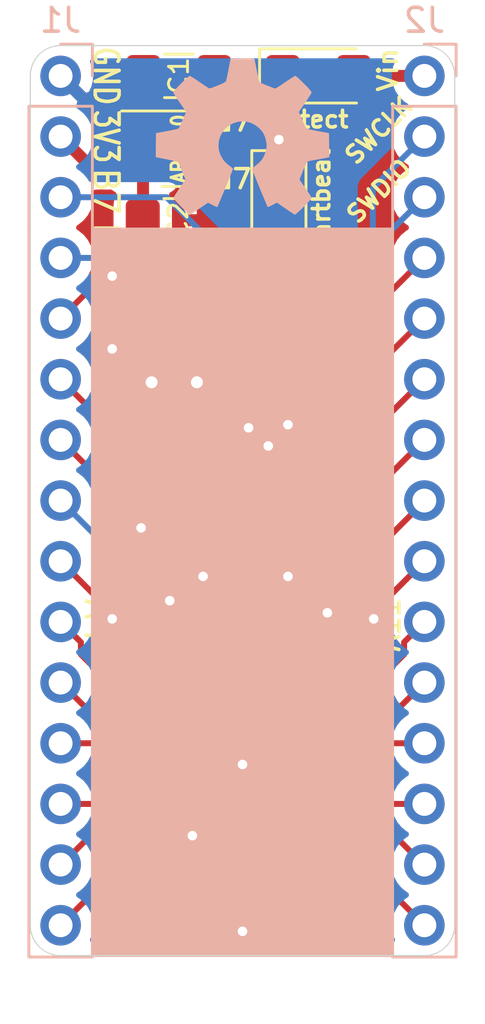
<source format=kicad_pcb>
(kicad_pcb (version 20171130) (host pcbnew 5.1.4-e60b266~84~ubuntu18.04.1)

  (general
    (thickness 1.6)
    (drawings 43)
    (tracks 164)
    (zones 0)
    (modules 16)
    (nets 37)
  )

  (page A4)
  (layers
    (0 F.Cu signal)
    (31 B.Cu signal)
    (32 B.Adhes user)
    (33 F.Adhes user)
    (34 B.Paste user)
    (35 F.Paste user)
    (36 B.SilkS user)
    (37 F.SilkS user)
    (38 B.Mask user)
    (39 F.Mask user)
    (40 Dwgs.User user)
    (41 Cmts.User user)
    (42 Eco1.User user)
    (43 Eco2.User user)
    (44 Edge.Cuts user)
    (45 Margin user)
    (46 B.CrtYd user)
    (47 F.CrtYd user)
    (48 B.Fab user)
    (49 F.Fab user)
  )

  (setup
    (last_trace_width 0.25)
    (user_trace_width 0.5)
    (trace_clearance 0.2)
    (zone_clearance 0.508)
    (zone_45_only no)
    (trace_min 0.2)
    (via_size 0.8)
    (via_drill 0.4)
    (via_min_size 0.4)
    (via_min_drill 0.3)
    (user_via 0.6 0.3)
    (uvia_size 0.3)
    (uvia_drill 0.1)
    (uvias_allowed no)
    (uvia_min_size 0.2)
    (uvia_min_drill 0.1)
    (edge_width 0.05)
    (segment_width 0.2)
    (pcb_text_width 0.3)
    (pcb_text_size 1.5 1.5)
    (mod_edge_width 0.12)
    (mod_text_size 1 1)
    (mod_text_width 0.15)
    (pad_size 1.7 1.7)
    (pad_drill 1)
    (pad_to_mask_clearance 0.025)
    (solder_mask_min_width 0.15)
    (aux_axis_origin 0 0)
    (visible_elements FFFFFF7F)
    (pcbplotparams
      (layerselection 0x010fc_ffffffff)
      (usegerberextensions false)
      (usegerberattributes false)
      (usegerberadvancedattributes false)
      (creategerberjobfile false)
      (excludeedgelayer true)
      (linewidth 0.100000)
      (plotframeref false)
      (viasonmask false)
      (mode 1)
      (useauxorigin false)
      (hpglpennumber 1)
      (hpglpenspeed 20)
      (hpglpendiameter 15.000000)
      (psnegative false)
      (psa4output false)
      (plotreference true)
      (plotvalue true)
      (plotinvisibletext false)
      (padsonsilk false)
      (subtractmaskfromsilk false)
      (outputformat 1)
      (mirror false)
      (drillshape 1)
      (scaleselection 1)
      (outputdirectory ""))
  )

  (net 0 "")
  (net 1 "Net-(C1-Pad1)")
  (net 2 GND)
  (net 3 VDD)
  (net 4 "Net-(C3-Pad1)")
  (net 5 "Net-(C4-Pad2)")
  (net 6 "Net-(C5-Pad1)")
  (net 7 "Net-(C6-Pad1)")
  (net 8 VPP)
  (net 9 "Net-(D2-Pad2)")
  (net 10 B7)
  (net 11 B8)
  (net 12 B9)
  (net 13 A0)
  (net 14 A1)
  (net 15 A2)
  (net 16 A3)
  (net 17 A4)
  (net 18 A5)
  (net 19 A6)
  (net 20 A7)
  (net 21 B0)
  (net 22 B1)
  (net 23 B2)
  (net 24 A8)
  (net 25 A9)
  (net 26 C6)
  (net 27 A10)
  (net 28 A11)
  (net 29 A12)
  (net 30 A15)
  (net 31 B3)
  (net 32 B4)
  (net 33 B5)
  (net 34 B6)
  (net 35 SWDIO)
  (net 36 SWCLK)

  (net_class Default "This is the default net class."
    (clearance 0.2)
    (trace_width 0.25)
    (via_dia 0.8)
    (via_drill 0.4)
    (uvia_dia 0.3)
    (uvia_drill 0.1)
    (add_net A0)
    (add_net A1)
    (add_net A10)
    (add_net A11)
    (add_net A12)
    (add_net A15)
    (add_net A2)
    (add_net A3)
    (add_net A4)
    (add_net A5)
    (add_net A6)
    (add_net A7)
    (add_net A8)
    (add_net A9)
    (add_net B0)
    (add_net B1)
    (add_net B2)
    (add_net B3)
    (add_net B4)
    (add_net B5)
    (add_net B6)
    (add_net B7)
    (add_net B8)
    (add_net B9)
    (add_net C6)
    (add_net GND)
    (add_net "Net-(C1-Pad1)")
    (add_net "Net-(C3-Pad1)")
    (add_net "Net-(C4-Pad2)")
    (add_net "Net-(C5-Pad1)")
    (add_net "Net-(C6-Pad1)")
    (add_net "Net-(D2-Pad2)")
    (add_net SWCLK)
    (add_net SWDIO)
    (add_net VDD)
    (add_net VPP)
  )

  (module STM32G031Kx_bb:oshw_logo (layer B.Cu) (tedit 0) (tstamp 5D8AE592)
    (at 121.92 48.26 180)
    (fp_text reference G*** (at 0 0) (layer B.Fab) hide
      (effects (font (size 1.524 1.524) (thickness 0.3)) (justify mirror))
    )
    (fp_text value LOGO (at 0.75 0) (layer B.Fab) hide
      (effects (font (size 1.524 1.524) (thickness 0.3)) (justify mirror))
    )
    (fp_poly (pts (xy -0.001939 3.270909) (xy 0.005764 3.270801) (xy 0.4953 3.2639) (xy 0.579721 2.8194)
      (xy 0.608349 2.671878) (xy 0.635306 2.538837) (xy 0.65863 2.429529) (xy 0.676356 2.353204)
      (xy 0.685449 2.321432) (xy 0.713175 2.289694) (xy 0.776545 2.249776) (xy 0.879824 2.199374)
      (xy 1.027272 2.136179) (xy 1.029728 2.135169) (xy 1.15085 2.087336) (xy 1.257547 2.04886)
      (xy 1.339942 2.023038) (xy 1.388153 2.013166) (xy 1.393899 2.013627) (xy 1.427416 2.031241)
      (xy 1.494903 2.073143) (xy 1.58878 2.1344) (xy 1.701463 2.210075) (xy 1.80693 2.28244)
      (xy 1.928997 2.365689) (xy 2.038229 2.437731) (xy 2.127224 2.493879) (xy 2.188579 2.529446)
      (xy 2.213696 2.54) (xy 2.242052 2.522762) (xy 2.299516 2.474874) (xy 2.379752 2.402074)
      (xy 2.47642 2.310101) (xy 2.575706 2.2122) (xy 2.701787 2.083829) (xy 2.793194 1.985805)
      (xy 2.852997 1.91447) (xy 2.884263 1.866168) (xy 2.890147 1.83755) (xy 2.872121 1.802199)
      (xy 2.829861 1.732905) (xy 2.768286 1.637324) (xy 2.692319 1.523113) (xy 2.617099 1.412738)
      (xy 2.356683 1.034776) (xy 2.501389 0.696433) (xy 2.555022 0.574004) (xy 2.603918 0.467843)
      (xy 2.643717 0.387027) (xy 2.670055 0.340633) (xy 2.675597 0.333941) (xy 2.709057 0.321745)
      (xy 2.784016 0.302591) (xy 2.891956 0.278395) (xy 3.024359 0.251073) (xy 3.1623 0.224478)
      (xy 3.6195 0.139163) (xy 3.626386 -0.362218) (xy 3.628161 -0.51557) (xy 3.629083 -0.650005)
      (xy 3.629152 -0.757865) (xy 3.628369 -0.831491) (xy 3.626732 -0.863226) (xy 3.626386 -0.863905)
      (xy 3.582536 -0.869733) (xy 3.50201 -0.883911) (xy 3.394426 -0.90444) (xy 3.269404 -0.929321)
      (xy 3.136562 -0.956556) (xy 3.00552 -0.984146) (xy 2.885896 -1.010093) (xy 2.78731 -1.032399)
      (xy 2.719379 -1.049066) (xy 2.691731 -1.058086) (xy 2.675544 -1.088124) (xy 2.644623 -1.156695)
      (xy 2.602744 -1.255029) (xy 2.553685 -1.374352) (xy 2.527477 -1.43956) (xy 2.383858 -1.799621)
      (xy 2.639729 -2.173967) (xy 2.722226 -2.296162) (xy 2.793661 -2.404835) (xy 2.849413 -2.492721)
      (xy 2.884864 -2.552559) (xy 2.8956 -2.57626) (xy 2.878389 -2.602167) (xy 2.830485 -2.657589)
      (xy 2.757481 -2.736488) (xy 2.66497 -2.832826) (xy 2.558543 -2.940564) (xy 2.55338 -2.94572)
      (xy 2.21116 -3.287236) (xy 2.06443 -3.186023) (xy 1.979463 -3.127528) (xy 1.869485 -3.051972)
      (xy 1.751414 -2.970975) (xy 1.681225 -2.922885) (xy 1.444751 -2.76096) (xy 1.257688 -2.859826)
      (xy 1.170833 -2.903627) (xy 1.102259 -2.934266) (xy 1.063141 -2.946896) (xy 1.058505 -2.946196)
      (xy 1.044731 -2.918832) (xy 1.014818 -2.851109) (xy 0.971539 -2.749797) (xy 0.917669 -2.621662)
      (xy 0.855979 -2.473475) (xy 0.789244 -2.312004) (xy 0.720237 -2.144016) (xy 0.651732 -1.976281)
      (xy 0.5865 -1.815567) (xy 0.527316 -1.668643) (xy 0.476954 -1.542276) (xy 0.438186 -1.443237)
      (xy 0.413785 -1.378293) (xy 0.406399 -1.354673) (xy 0.42587 -1.326194) (xy 0.477269 -1.279263)
      (xy 0.550078 -1.223339) (xy 0.561286 -1.215397) (xy 0.657603 -1.137446) (xy 0.752579 -1.043801)
      (xy 0.815737 -0.96771) (xy 0.926687 -0.774169) (xy 0.991201 -0.574611) (xy 1.012403 -0.374192)
      (xy 0.993413 -0.178067) (xy 0.937354 0.008608) (xy 0.847346 0.180679) (xy 0.726512 0.33299)
      (xy 0.577973 0.460386) (xy 0.404851 0.557712) (xy 0.210268 0.619813) (xy -0.002655 0.641533)
      (xy -0.152432 0.631146) (xy -0.34424 0.581057) (xy -0.529533 0.488363) (xy -0.69661 0.360995)
      (xy -0.833772 0.206882) (xy -0.877537 0.1397) (xy -0.935421 0.013631) (xy -0.981769 -0.138774)
      (xy -1.010181 -0.293308) (xy -1.016 -0.384073) (xy -0.998901 -0.534281) (xy -0.952151 -0.699391)
      (xy -0.882577 -0.858946) (xy -0.826104 -0.953262) (xy -0.758022 -1.036062) (xy -0.666673 -1.126589)
      (xy -0.571704 -1.205391) (xy -0.570725 -1.206111) (xy -0.493874 -1.265954) (xy -0.436246 -1.317344)
      (xy -0.407792 -1.351202) (xy -0.406401 -1.356028) (xy -0.415739 -1.384849) (xy -0.441905 -1.453772)
      (xy -0.482125 -1.55603) (xy -0.533625 -1.684861) (xy -0.593631 -1.833497) (xy -0.659369 -1.995175)
      (xy -0.728066 -2.16313) (xy -0.796947 -2.330597) (xy -0.863239 -2.490811) (xy -0.924167 -2.637006)
      (xy -0.976958 -2.762419) (xy -1.018838 -2.860285) (xy -1.047034 -2.923838) (xy -1.058383 -2.946073)
      (xy -1.084636 -2.940636) (xy -1.144059 -2.915353) (xy -1.225471 -2.875146) (xy -1.255512 -2.859305)
      (xy -1.440643 -2.760163) (xy -1.799577 -3.006385) (xy -1.919676 -3.088227) (xy -2.026539 -3.160026)
      (xy -2.112593 -3.216776) (xy -2.170267 -3.253471) (xy -2.190558 -3.264904) (xy -2.217706 -3.251586)
      (xy -2.274116 -3.20717) (xy -2.353693 -3.137038) (xy -2.450343 -3.046568) (xy -2.55797 -2.941141)
      (xy -2.562731 -2.936374) (xy -2.68938 -2.807743) (xy -2.781862 -2.709493) (xy -2.843477 -2.637701)
      (xy -2.877527 -2.588442) (xy -2.88731 -2.557793) (xy -2.886099 -2.551876) (xy -2.866615 -2.517068)
      (xy -2.823339 -2.44848) (xy -2.761456 -2.354055) (xy -2.686152 -2.241737) (xy -2.626638 -2.154401)
      (xy -2.383935 -1.800596) (xy -2.531299 -1.430496) (xy -2.597902 -1.26882) (xy -2.651199 -1.152357)
      (xy -2.692877 -1.077785) (xy -2.724621 -1.041779) (xy -2.729982 -1.03889) (xy -2.774354 -1.026225)
      (xy -2.856941 -1.00775) (xy -2.965843 -0.98597) (xy -3.0861 -0.963926) (xy -3.218262 -0.940377)
      (xy -3.344633 -0.91721) (xy -3.449792 -0.897289) (xy -3.51208 -0.884816) (xy -3.633259 -0.859163)
      (xy -3.62638 -0.36) (xy -3.6195 0.139163) (xy -3.1623 0.224478) (xy -3.014768 0.252988)
      (xy -2.883757 0.280158) (xy -2.777787 0.304072) (xy -2.705376 0.322815) (xy -2.675598 0.333941)
      (xy -2.65547 0.364992) (xy -2.620237 0.433889) (xy -2.57426 0.531554) (xy -2.521902 0.648912)
      (xy -2.50139 0.696433) (xy -2.356684 1.034776) (xy -2.6171 1.412738) (xy -2.701694 1.537044)
      (xy -2.776247 1.64949) (xy -2.835837 1.742419) (xy -2.875543 1.808175) (xy -2.890148 1.83755)
      (xy -2.883993 1.866736) (xy -2.852324 1.915353) (xy -2.792074 1.987059) (xy -2.700173 2.085508)
      (xy -2.575707 2.2122) (xy -2.469506 2.316853) (xy -2.37393 2.407687) (xy -2.295293 2.478967)
      (xy -2.239912 2.524955) (xy -2.214783 2.540001) (xy -2.183934 2.526221) (xy -2.118643 2.48791)
      (xy -2.026126 2.429613) (xy -1.913597 2.355873) (xy -1.79129 2.273301) (xy -1.666651 2.188962)
      (xy -1.55551 2.115596) (xy -1.464949 2.057729) (xy -1.402052 2.01989) (xy -1.374053 2.006601)
      (xy -1.337635 2.01602) (xy -1.265961 2.041229) (xy -1.170316 2.07765) (xy -1.061982 2.120709)
      (xy -0.952243 2.165829) (xy -0.852384 2.208435) (xy -0.773689 2.243952) (xy -0.72744 2.267802)
      (xy -0.723634 2.270354) (xy -0.703291 2.299447) (xy -0.680936 2.360954) (xy -0.655335 2.459537)
      (xy -0.625252 2.59986) (xy -0.595395 2.75458) (xy -0.567555 2.901745) (xy -0.542043 3.032893)
      (xy -0.520609 3.139317) (xy -0.505002 3.212311) (xy -0.497387 3.242223) (xy -0.484192 3.254736)
      (xy -0.451527 3.263685) (xy -0.39318 3.269425) (xy -0.302941 3.272307) (xy -0.174598 3.272684)
      (xy -0.001939 3.270909)) (layer B.SilkS) (width 0.01))
  )

  (module Capacitor_SMD:C_1206_3216Metric_Pad1.42x1.75mm_HandSolder (layer F.Cu) (tedit 5B301BBE) (tstamp 5D892068)
    (at 119.253 45.72 180)
    (descr "Capacitor SMD 1206 (3216 Metric), square (rectangular) end terminal, IPC_7351 nominal with elongated pad for handsoldering. (Body size source: http://www.tortai-tech.com/upload/download/2011102023233369053.pdf), generated with kicad-footprint-generator")
    (tags "capacitor handsolder")
    (path /5D89A26A)
    (attr smd)
    (fp_text reference C1 (at 0 -1.82) (layer F.Fab)
      (effects (font (size 1 1) (thickness 0.15)))
    )
    (fp_text value 4u7 (at -1.905 -1.905) (layer F.SilkS)
      (effects (font (size 0.8 0.8) (thickness 0.15)))
    )
    (fp_line (start -1.6 0.8) (end -1.6 -0.8) (layer F.Fab) (width 0.1))
    (fp_line (start -1.6 -0.8) (end 1.6 -0.8) (layer F.Fab) (width 0.1))
    (fp_line (start 1.6 -0.8) (end 1.6 0.8) (layer F.Fab) (width 0.1))
    (fp_line (start 1.6 0.8) (end -1.6 0.8) (layer F.Fab) (width 0.1))
    (fp_line (start -0.602064 -0.91) (end 0.602064 -0.91) (layer F.SilkS) (width 0.12))
    (fp_line (start -0.602064 0.91) (end 0.602064 0.91) (layer F.SilkS) (width 0.12))
    (fp_line (start -2.45 1.12) (end -2.45 -1.12) (layer F.CrtYd) (width 0.05))
    (fp_line (start -2.45 -1.12) (end 2.45 -1.12) (layer F.CrtYd) (width 0.05))
    (fp_line (start 2.45 -1.12) (end 2.45 1.12) (layer F.CrtYd) (width 0.05))
    (fp_line (start 2.45 1.12) (end -2.45 1.12) (layer F.CrtYd) (width 0.05))
    (fp_text user %R (at 0 0 90) (layer F.SilkS)
      (effects (font (size 0.8 0.8) (thickness 0.12)))
    )
    (pad 1 smd roundrect (at -1.4875 0 180) (size 1.425 1.75) (layers F.Cu F.Paste F.Mask) (roundrect_rratio 0.175439)
      (net 1 "Net-(C1-Pad1)"))
    (pad 2 smd roundrect (at 1.4875 0 180) (size 1.425 1.75) (layers F.Cu F.Paste F.Mask) (roundrect_rratio 0.175439)
      (net 2 GND))
    (model ${KISYS3DMOD}/Capacitor_SMD.3dshapes/C_1206_3216Metric.wrl
      (at (xyz 0 0 0))
      (scale (xyz 1 1 1))
      (rotate (xyz 0 0 0))
    )
  )

  (module Capacitor_SMD:C_1206_3216Metric_Pad1.42x1.75mm_HandSolder (layer F.Cu) (tedit 5B301BBE) (tstamp 5D891F05)
    (at 119.2276 51.7652)
    (descr "Capacitor SMD 1206 (3216 Metric), square (rectangular) end terminal, IPC_7351 nominal with elongated pad for handsoldering. (Body size source: http://www.tortai-tech.com/upload/download/2011102023233369053.pdf), generated with kicad-footprint-generator")
    (tags "capacitor handsolder")
    (path /5D89B7F0)
    (attr smd)
    (fp_text reference C2 (at 0 -1.82) (layer F.Fab)
      (effects (font (size 1 1) (thickness 0.15)))
    )
    (fp_text value 4u7 (at 1.9304 -1.7272) (layer F.SilkS)
      (effects (font (size 0.8 0.8) (thickness 0.15)))
    )
    (fp_text user %R (at 0 0 90) (layer F.SilkS)
      (effects (font (size 0.8 0.8) (thickness 0.12)))
    )
    (fp_line (start 2.45 1.12) (end -2.45 1.12) (layer F.CrtYd) (width 0.05))
    (fp_line (start 2.45 -1.12) (end 2.45 1.12) (layer F.CrtYd) (width 0.05))
    (fp_line (start -2.45 -1.12) (end 2.45 -1.12) (layer F.CrtYd) (width 0.05))
    (fp_line (start -2.45 1.12) (end -2.45 -1.12) (layer F.CrtYd) (width 0.05))
    (fp_line (start -0.602064 0.91) (end 0.602064 0.91) (layer F.SilkS) (width 0.12))
    (fp_line (start -0.602064 -0.91) (end 0.602064 -0.91) (layer F.SilkS) (width 0.12))
    (fp_line (start 1.6 0.8) (end -1.6 0.8) (layer F.Fab) (width 0.1))
    (fp_line (start 1.6 -0.8) (end 1.6 0.8) (layer F.Fab) (width 0.1))
    (fp_line (start -1.6 -0.8) (end 1.6 -0.8) (layer F.Fab) (width 0.1))
    (fp_line (start -1.6 0.8) (end -1.6 -0.8) (layer F.Fab) (width 0.1))
    (pad 2 smd roundrect (at 1.4875 0) (size 1.425 1.75) (layers F.Cu F.Paste F.Mask) (roundrect_rratio 0.175439)
      (net 2 GND))
    (pad 1 smd roundrect (at -1.4875 0) (size 1.425 1.75) (layers F.Cu F.Paste F.Mask) (roundrect_rratio 0.175439)
      (net 3 VDD))
    (model ${KISYS3DMOD}/Capacitor_SMD.3dshapes/C_1206_3216Metric.wrl
      (at (xyz 0 0 0))
      (scale (xyz 1 1 1))
      (rotate (xyz 0 0 0))
    )
  )

  (module Capacitor_SMD:C_0805_2012Metric_Pad1.15x1.40mm_HandSolder (layer F.Cu) (tedit 5B36C52B) (tstamp 5D896C03)
    (at 118.11 54.864 90)
    (descr "Capacitor SMD 0805 (2012 Metric), square (rectangular) end terminal, IPC_7351 nominal with elongated pad for handsoldering. (Body size source: https://docs.google.com/spreadsheets/d/1BsfQQcO9C6DZCsRaXUlFlo91Tg2WpOkGARC1WS5S8t0/edit?usp=sharing), generated with kicad-footprint-generator")
    (tags "capacitor handsolder")
    (path /5D8A7E54)
    (attr smd)
    (fp_text reference C3 (at 0 -1.65 90) (layer F.Fab)
      (effects (font (size 1 1) (thickness 0.15)))
    )
    (fp_text value 5p (at -2.286 2.286 180) (layer F.SilkS)
      (effects (font (size 0.6 0.6) (thickness 0.15)))
    )
    (fp_text user %R (at 0 0 90) (layer F.Fab)
      (effects (font (size 0.5 0.5) (thickness 0.08)))
    )
    (fp_line (start 1.85 0.95) (end -1.85 0.95) (layer F.CrtYd) (width 0.05))
    (fp_line (start 1.85 -0.95) (end 1.85 0.95) (layer F.CrtYd) (width 0.05))
    (fp_line (start -1.85 -0.95) (end 1.85 -0.95) (layer F.CrtYd) (width 0.05))
    (fp_line (start -1.85 0.95) (end -1.85 -0.95) (layer F.CrtYd) (width 0.05))
    (fp_line (start -0.261252 0.71) (end 0.261252 0.71) (layer F.SilkS) (width 0.12))
    (fp_line (start -0.261252 -0.71) (end 0.261252 -0.71) (layer F.SilkS) (width 0.12))
    (fp_line (start 1 0.6) (end -1 0.6) (layer F.Fab) (width 0.1))
    (fp_line (start 1 -0.6) (end 1 0.6) (layer F.Fab) (width 0.1))
    (fp_line (start -1 -0.6) (end 1 -0.6) (layer F.Fab) (width 0.1))
    (fp_line (start -1 0.6) (end -1 -0.6) (layer F.Fab) (width 0.1))
    (pad 2 smd roundrect (at 1.025 0 90) (size 1.15 1.4) (layers F.Cu F.Paste F.Mask) (roundrect_rratio 0.217391)
      (net 2 GND))
    (pad 1 smd roundrect (at -1.025 0 90) (size 1.15 1.4) (layers F.Cu F.Paste F.Mask) (roundrect_rratio 0.217391)
      (net 4 "Net-(C3-Pad1)"))
    (model ${KISYS3DMOD}/Capacitor_SMD.3dshapes/C_0805_2012Metric.wrl
      (at (xyz 0 0 0))
      (scale (xyz 1 1 1))
      (rotate (xyz 0 0 0))
    )
  )

  (module Capacitor_SMD:C_0805_2012Metric_Pad1.15x1.40mm_HandSolder (layer F.Cu) (tedit 5B36C52B) (tstamp 5D891F34)
    (at 120.015 54.864 270)
    (descr "Capacitor SMD 0805 (2012 Metric), square (rectangular) end terminal, IPC_7351 nominal with elongated pad for handsoldering. (Body size source: https://docs.google.com/spreadsheets/d/1BsfQQcO9C6DZCsRaXUlFlo91Tg2WpOkGARC1WS5S8t0/edit?usp=sharing), generated with kicad-footprint-generator")
    (tags "capacitor handsolder")
    (path /5D8A7363)
    (attr smd)
    (fp_text reference C4 (at 0 -1.65 90) (layer F.Fab)
      (effects (font (size 1 1) (thickness 0.15)))
    )
    (fp_text value 5p (at 2.286 2.286 180) (layer F.SilkS)
      (effects (font (size 0.6 0.6) (thickness 0.15)))
    )
    (fp_line (start -1 0.6) (end -1 -0.6) (layer F.Fab) (width 0.1))
    (fp_line (start -1 -0.6) (end 1 -0.6) (layer F.Fab) (width 0.1))
    (fp_line (start 1 -0.6) (end 1 0.6) (layer F.Fab) (width 0.1))
    (fp_line (start 1 0.6) (end -1 0.6) (layer F.Fab) (width 0.1))
    (fp_line (start -0.261252 -0.71) (end 0.261252 -0.71) (layer F.SilkS) (width 0.12))
    (fp_line (start -0.261252 0.71) (end 0.261252 0.71) (layer F.SilkS) (width 0.12))
    (fp_line (start -1.85 0.95) (end -1.85 -0.95) (layer F.CrtYd) (width 0.05))
    (fp_line (start -1.85 -0.95) (end 1.85 -0.95) (layer F.CrtYd) (width 0.05))
    (fp_line (start 1.85 -0.95) (end 1.85 0.95) (layer F.CrtYd) (width 0.05))
    (fp_line (start 1.85 0.95) (end -1.85 0.95) (layer F.CrtYd) (width 0.05))
    (fp_text user %R (at 0 0 90) (layer F.Fab)
      (effects (font (size 0.5 0.5) (thickness 0.08)))
    )
    (pad 1 smd roundrect (at -1.025 0 270) (size 1.15 1.4) (layers F.Cu F.Paste F.Mask) (roundrect_rratio 0.217391)
      (net 2 GND))
    (pad 2 smd roundrect (at 1.025 0 270) (size 1.15 1.4) (layers F.Cu F.Paste F.Mask) (roundrect_rratio 0.217391)
      (net 5 "Net-(C4-Pad2)"))
    (model ${KISYS3DMOD}/Capacitor_SMD.3dshapes/C_0805_2012Metric.wrl
      (at (xyz 0 0 0))
      (scale (xyz 1 1 1))
      (rotate (xyz 0 0 0))
    )
  )

  (module Capacitor_SMD:C_0805_2012Metric_Pad1.15x1.40mm_HandSolder (layer F.Cu) (tedit 5B36C52B) (tstamp 5D893FA4)
    (at 117.856 62.23 90)
    (descr "Capacitor SMD 0805 (2012 Metric), square (rectangular) end terminal, IPC_7351 nominal with elongated pad for handsoldering. (Body size source: https://docs.google.com/spreadsheets/d/1BsfQQcO9C6DZCsRaXUlFlo91Tg2WpOkGARC1WS5S8t0/edit?usp=sharing), generated with kicad-footprint-generator")
    (tags "capacitor handsolder")
    (path /5D8B1DEC)
    (attr smd)
    (fp_text reference C5 (at 0 -1.65 90) (layer F.Fab)
      (effects (font (size 1 1) (thickness 0.15)))
    )
    (fp_text value 100n (at 0.508 1.524 90) (layer F.SilkS)
      (effects (font (size 0.8 0.8) (thickness 0.15)))
    )
    (fp_line (start -1 0.6) (end -1 -0.6) (layer F.Fab) (width 0.1))
    (fp_line (start -1 -0.6) (end 1 -0.6) (layer F.Fab) (width 0.1))
    (fp_line (start 1 -0.6) (end 1 0.6) (layer F.Fab) (width 0.1))
    (fp_line (start 1 0.6) (end -1 0.6) (layer F.Fab) (width 0.1))
    (fp_line (start -0.261252 -0.71) (end 0.261252 -0.71) (layer F.SilkS) (width 0.12))
    (fp_line (start -0.261252 0.71) (end 0.261252 0.71) (layer F.SilkS) (width 0.12))
    (fp_line (start -1.85 0.95) (end -1.85 -0.95) (layer F.CrtYd) (width 0.05))
    (fp_line (start -1.85 -0.95) (end 1.85 -0.95) (layer F.CrtYd) (width 0.05))
    (fp_line (start 1.85 -0.95) (end 1.85 0.95) (layer F.CrtYd) (width 0.05))
    (fp_line (start 1.85 0.95) (end -1.85 0.95) (layer F.CrtYd) (width 0.05))
    (fp_text user %R (at 0 0 90) (layer F.Fab)
      (effects (font (size 0.5 0.5) (thickness 0.08)))
    )
    (pad 1 smd roundrect (at -1.025 0 90) (size 1.15 1.4) (layers F.Cu F.Paste F.Mask) (roundrect_rratio 0.217391)
      (net 6 "Net-(C5-Pad1)"))
    (pad 2 smd roundrect (at 1.025 0 90) (size 1.15 1.4) (layers F.Cu F.Paste F.Mask) (roundrect_rratio 0.217391)
      (net 2 GND))
    (model ${KISYS3DMOD}/Capacitor_SMD.3dshapes/C_0805_2012Metric.wrl
      (at (xyz 0 0 0))
      (scale (xyz 1 1 1))
      (rotate (xyz 0 0 0))
    )
  )

  (module Capacitor_SMD:C_0805_2012Metric_Pad1.15x1.40mm_HandSolder (layer F.Cu) (tedit 5B36C52B) (tstamp 5D891DE1)
    (at 121.92 76.454)
    (descr "Capacitor SMD 0805 (2012 Metric), square (rectangular) end terminal, IPC_7351 nominal with elongated pad for handsoldering. (Body size source: https://docs.google.com/spreadsheets/d/1BsfQQcO9C6DZCsRaXUlFlo91Tg2WpOkGARC1WS5S8t0/edit?usp=sharing), generated with kicad-footprint-generator")
    (tags "capacitor handsolder")
    (path /5D8B84CD)
    (attr smd)
    (fp_text reference C6 (at 0 2.032) (layer F.Fab)
      (effects (font (size 1 1) (thickness 0.15)))
    )
    (fp_text value 10n (at 3.302 0 180) (layer F.SilkS)
      (effects (font (size 1 1) (thickness 0.15)))
    )
    (fp_text user %R (at 0 0) (layer F.Fab)
      (effects (font (size 0.5 0.5) (thickness 0.08)))
    )
    (fp_line (start 1.85 0.95) (end -1.85 0.95) (layer F.CrtYd) (width 0.05))
    (fp_line (start 1.85 -0.95) (end 1.85 0.95) (layer F.CrtYd) (width 0.05))
    (fp_line (start -1.85 -0.95) (end 1.85 -0.95) (layer F.CrtYd) (width 0.05))
    (fp_line (start -1.85 0.95) (end -1.85 -0.95) (layer F.CrtYd) (width 0.05))
    (fp_line (start -0.261252 0.71) (end 0.261252 0.71) (layer F.SilkS) (width 0.12))
    (fp_line (start -0.261252 -0.71) (end 0.261252 -0.71) (layer F.SilkS) (width 0.12))
    (fp_line (start 1 0.6) (end -1 0.6) (layer F.Fab) (width 0.1))
    (fp_line (start 1 -0.6) (end 1 0.6) (layer F.Fab) (width 0.1))
    (fp_line (start -1 -0.6) (end 1 -0.6) (layer F.Fab) (width 0.1))
    (fp_line (start -1 0.6) (end -1 -0.6) (layer F.Fab) (width 0.1))
    (pad 2 smd roundrect (at 1.025 0) (size 1.15 1.4) (layers F.Cu F.Paste F.Mask) (roundrect_rratio 0.217391)
      (net 2 GND))
    (pad 1 smd roundrect (at -1.025 0) (size 1.15 1.4) (layers F.Cu F.Paste F.Mask) (roundrect_rratio 0.217391)
      (net 7 "Net-(C6-Pad1)"))
    (model ${KISYS3DMOD}/Capacitor_SMD.3dshapes/C_0805_2012Metric.wrl
      (at (xyz 0 0 0))
      (scale (xyz 1 1 1))
      (rotate (xyz 0 0 0))
    )
  )

  (module Diode_SMD:D_1206_3216Metric_Pad1.42x1.75mm_HandSolder (layer F.Cu) (tedit 5B4B45C8) (tstamp 5D896C49)
    (at 125.095 45.72)
    (descr "Diode SMD 1206 (3216 Metric), square (rectangular) end terminal, IPC_7351 nominal, (Body size source: http://www.tortai-tech.com/upload/download/2011102023233369053.pdf), generated with kicad-footprint-generator")
    (tags "diode handsolder")
    (path /5D898EF2)
    (attr smd)
    (fp_text reference D1 (at 0 0) (layer F.Fab)
      (effects (font (size 1 1) (thickness 0.15)))
    )
    (fp_text value Protect (at -0.635 1.82) (layer F.SilkS)
      (effects (font (size 0.7 0.7) (thickness 0.15)))
    )
    (fp_line (start 1.6 -0.8) (end -1.2 -0.8) (layer F.Fab) (width 0.1))
    (fp_line (start -1.2 -0.8) (end -1.6 -0.4) (layer F.Fab) (width 0.1))
    (fp_line (start -1.6 -0.4) (end -1.6 0.8) (layer F.Fab) (width 0.1))
    (fp_line (start -1.6 0.8) (end 1.6 0.8) (layer F.Fab) (width 0.1))
    (fp_line (start 1.6 0.8) (end 1.6 -0.8) (layer F.Fab) (width 0.1))
    (fp_line (start 1.6 -1.135) (end -2.46 -1.135) (layer F.SilkS) (width 0.12))
    (fp_line (start -2.46 -1.135) (end -2.46 1.135) (layer F.SilkS) (width 0.12))
    (fp_line (start -2.46 1.135) (end 1.6 1.135) (layer F.SilkS) (width 0.12))
    (fp_line (start -2.45 1.12) (end -2.45 -1.12) (layer F.CrtYd) (width 0.05))
    (fp_line (start -2.45 -1.12) (end 2.45 -1.12) (layer F.CrtYd) (width 0.05))
    (fp_line (start 2.45 -1.12) (end 2.45 1.12) (layer F.CrtYd) (width 0.05))
    (fp_line (start 2.45 1.12) (end -2.45 1.12) (layer F.CrtYd) (width 0.05))
    (fp_text user %R (at 0 0) (layer F.Fab)
      (effects (font (size 0.8 0.8) (thickness 0.12)))
    )
    (pad 1 smd roundrect (at -1.4875 0) (size 1.425 1.75) (layers F.Cu F.Paste F.Mask) (roundrect_rratio 0.175439)
      (net 1 "Net-(C1-Pad1)"))
    (pad 2 smd roundrect (at 1.4875 0) (size 1.425 1.75) (layers F.Cu F.Paste F.Mask) (roundrect_rratio 0.175439)
      (net 8 VPP))
    (model ${KISYS3DMOD}/Diode_SMD.3dshapes/D_1206_3216Metric.wrl
      (at (xyz 0 0 0))
      (scale (xyz 1 1 1))
      (rotate (xyz 0 0 0))
    )
  )

  (module LED_SMD:LED_1206_3216Metric_Pad1.42x1.75mm_HandSolder (layer F.Cu) (tedit 5B4B45C9) (tstamp 5D896C5C)
    (at 123.444 51.308 270)
    (descr "LED SMD 1206 (3216 Metric), square (rectangular) end terminal, IPC_7351 nominal, (Body size source: http://www.tortai-tech.com/upload/download/2011102023233369053.pdf), generated with kicad-footprint-generator")
    (tags "LED handsolder")
    (path /5D8DEBA6)
    (attr smd)
    (fp_text reference D2 (at 0 0 90) (layer F.Fab)
      (effects (font (size 1 1) (thickness 0.15)))
    )
    (fp_text value Heartbeat (at 0 -1.778 90) (layer F.SilkS)
      (effects (font (size 0.7 0.7) (thickness 0.15)))
    )
    (fp_line (start 1.6 -0.8) (end -1.2 -0.8) (layer F.Fab) (width 0.1))
    (fp_line (start -1.2 -0.8) (end -1.6 -0.4) (layer F.Fab) (width 0.1))
    (fp_line (start -1.6 -0.4) (end -1.6 0.8) (layer F.Fab) (width 0.1))
    (fp_line (start -1.6 0.8) (end 1.6 0.8) (layer F.Fab) (width 0.1))
    (fp_line (start 1.6 0.8) (end 1.6 -0.8) (layer F.Fab) (width 0.1))
    (fp_line (start 1.6 -1.135) (end -2.46 -1.135) (layer F.SilkS) (width 0.12))
    (fp_line (start -2.46 -1.135) (end -2.46 1.135) (layer F.SilkS) (width 0.12))
    (fp_line (start -2.46 1.135) (end 1.6 1.135) (layer F.SilkS) (width 0.12))
    (fp_line (start -2.45 1.12) (end -2.45 -1.12) (layer F.CrtYd) (width 0.05))
    (fp_line (start -2.45 -1.12) (end 2.45 -1.12) (layer F.CrtYd) (width 0.05))
    (fp_line (start 2.45 -1.12) (end 2.45 1.12) (layer F.CrtYd) (width 0.05))
    (fp_line (start 2.45 1.12) (end -2.45 1.12) (layer F.CrtYd) (width 0.05))
    (fp_text user %R (at 0 0 90) (layer F.Fab)
      (effects (font (size 0.8 0.8) (thickness 0.12)))
    )
    (pad 1 smd roundrect (at -1.4875 0 270) (size 1.425 1.75) (layers F.Cu F.Paste F.Mask) (roundrect_rratio 0.175439)
      (net 2 GND))
    (pad 2 smd roundrect (at 1.4875 0 270) (size 1.425 1.75) (layers F.Cu F.Paste F.Mask) (roundrect_rratio 0.175439)
      (net 9 "Net-(D2-Pad2)"))
    (model ${KISYS3DMOD}/LED_SMD.3dshapes/LED_1206_3216Metric.wrl
      (at (xyz 0 0 0))
      (scale (xyz 1 1 1))
      (rotate (xyz 0 0 0))
    )
  )

  (module Connector_PinHeader_2.54mm:PinHeader_1x15_P2.54mm_Vertical (layer B.Cu) (tedit 5D891EB4) (tstamp 5D896C7F)
    (at 114.3 45.72 180)
    (descr "Through hole straight pin header, 1x15, 2.54mm pitch, single row")
    (tags "Through hole pin header THT 1x15 2.54mm single row")
    (path /5D8EE175)
    (fp_text reference J1 (at 0 2.33) (layer B.SilkS)
      (effects (font (size 1 1) (thickness 0.15)) (justify mirror))
    )
    (fp_text value GPIO1 (at 0 -38.862) (layer B.Fab)
      (effects (font (size 1 1) (thickness 0.15)) (justify mirror))
    )
    (fp_line (start -0.635 1.27) (end 1.27 1.27) (layer B.Fab) (width 0.1))
    (fp_line (start 1.27 1.27) (end 1.27 -36.83) (layer B.Fab) (width 0.1))
    (fp_line (start 1.27 -36.83) (end -1.27 -36.83) (layer B.Fab) (width 0.1))
    (fp_line (start -1.27 -36.83) (end -1.27 0.635) (layer B.Fab) (width 0.1))
    (fp_line (start -1.27 0.635) (end -0.635 1.27) (layer B.Fab) (width 0.1))
    (fp_line (start -1.33 -36.89) (end 1.33 -36.89) (layer B.SilkS) (width 0.12))
    (fp_line (start -1.33 -1.27) (end -1.33 -36.89) (layer B.SilkS) (width 0.12))
    (fp_line (start 1.33 -1.27) (end 1.33 -36.89) (layer B.SilkS) (width 0.12))
    (fp_line (start -1.33 -1.27) (end 1.33 -1.27) (layer B.SilkS) (width 0.12))
    (fp_line (start -1.33 0) (end -1.33 1.33) (layer B.SilkS) (width 0.12))
    (fp_line (start -1.33 1.33) (end 0 1.33) (layer B.SilkS) (width 0.12))
    (fp_line (start -1.8 1.8) (end -1.8 -37.35) (layer B.CrtYd) (width 0.05))
    (fp_line (start -1.8 -37.35) (end 1.8 -37.35) (layer B.CrtYd) (width 0.05))
    (fp_line (start 1.8 -37.35) (end 1.8 1.8) (layer B.CrtYd) (width 0.05))
    (fp_line (start 1.8 1.8) (end -1.8 1.8) (layer B.CrtYd) (width 0.05))
    (fp_text user %R (at 0 -17.78 -90) (layer B.Fab)
      (effects (font (size 1 1) (thickness 0.15)) (justify mirror))
    )
    (pad 1 thru_hole circle (at 0 0 180) (size 1.7 1.7) (drill 1) (layers *.Cu *.Mask)
      (net 2 GND))
    (pad 2 thru_hole oval (at 0 -2.54 180) (size 1.7 1.7) (drill 1) (layers *.Cu *.Mask)
      (net 3 VDD))
    (pad 3 thru_hole oval (at 0 -5.08 180) (size 1.7 1.7) (drill 1) (layers *.Cu *.Mask)
      (net 10 B7))
    (pad 4 thru_hole oval (at 0 -7.62 180) (size 1.7 1.7) (drill 1) (layers *.Cu *.Mask)
      (net 11 B8))
    (pad 5 thru_hole oval (at 0 -10.16 180) (size 1.7 1.7) (drill 1) (layers *.Cu *.Mask)
      (net 12 B9))
    (pad 6 thru_hole oval (at 0 -12.7 180) (size 1.7 1.7) (drill 1) (layers *.Cu *.Mask)
      (net 13 A0))
    (pad 7 thru_hole oval (at 0 -15.24 180) (size 1.7 1.7) (drill 1) (layers *.Cu *.Mask)
      (net 14 A1))
    (pad 8 thru_hole oval (at 0 -17.78 180) (size 1.7 1.7) (drill 1) (layers *.Cu *.Mask)
      (net 15 A2))
    (pad 9 thru_hole oval (at 0 -20.32 180) (size 1.7 1.7) (drill 1) (layers *.Cu *.Mask)
      (net 16 A3))
    (pad 10 thru_hole oval (at 0 -22.86 180) (size 1.7 1.7) (drill 1) (layers *.Cu *.Mask)
      (net 17 A4))
    (pad 11 thru_hole oval (at 0 -25.4 180) (size 1.7 1.7) (drill 1) (layers *.Cu *.Mask)
      (net 18 A5))
    (pad 12 thru_hole oval (at 0 -27.94 180) (size 1.7 1.7) (drill 1) (layers *.Cu *.Mask)
      (net 19 A6))
    (pad 13 thru_hole oval (at 0 -30.48 180) (size 1.7 1.7) (drill 1) (layers *.Cu *.Mask)
      (net 20 A7))
    (pad 14 thru_hole oval (at 0 -33.02 180) (size 1.7 1.7) (drill 1) (layers *.Cu *.Mask)
      (net 21 B0))
    (pad 15 thru_hole oval (at 0 -35.56 180) (size 1.7 1.7) (drill 1) (layers *.Cu *.Mask)
      (net 22 B1))
    (model ${KISYS3DMOD}/Connector_PinHeader_2.54mm.3dshapes/PinHeader_1x15_P2.54mm_Vertical.wrl
      (at (xyz 0 0 0))
      (scale (xyz 1 1 1))
      (rotate (xyz 0 0 0))
    )
  )

  (module Connector_PinHeader_2.54mm:PinHeader_1x15_P2.54mm_Vertical (layer B.Cu) (tedit 5D891EAB) (tstamp 5D896CA2)
    (at 129.54 45.72 180)
    (descr "Through hole straight pin header, 1x15, 2.54mm pitch, single row")
    (tags "Through hole pin header THT 1x15 2.54mm single row")
    (path /5D8EFE76)
    (fp_text reference J2 (at 0 2.33) (layer B.SilkS)
      (effects (font (size 1 1) (thickness 0.15)) (justify mirror))
    )
    (fp_text value GPIO2 (at 0 -38.862) (layer B.Fab)
      (effects (font (size 1 1) (thickness 0.15)) (justify mirror))
    )
    (fp_text user %R (at 0 -17.78 270) (layer B.Fab)
      (effects (font (size 1 1) (thickness 0.15)) (justify mirror))
    )
    (fp_line (start 1.8 1.8) (end -1.8 1.8) (layer B.CrtYd) (width 0.05))
    (fp_line (start 1.8 -37.35) (end 1.8 1.8) (layer B.CrtYd) (width 0.05))
    (fp_line (start -1.8 -37.35) (end 1.8 -37.35) (layer B.CrtYd) (width 0.05))
    (fp_line (start -1.8 1.8) (end -1.8 -37.35) (layer B.CrtYd) (width 0.05))
    (fp_line (start -1.33 1.33) (end 0 1.33) (layer B.SilkS) (width 0.12))
    (fp_line (start -1.33 0) (end -1.33 1.33) (layer B.SilkS) (width 0.12))
    (fp_line (start -1.33 -1.27) (end 1.33 -1.27) (layer B.SilkS) (width 0.12))
    (fp_line (start 1.33 -1.27) (end 1.33 -36.89) (layer B.SilkS) (width 0.12))
    (fp_line (start -1.33 -1.27) (end -1.33 -36.89) (layer B.SilkS) (width 0.12))
    (fp_line (start -1.33 -36.89) (end 1.33 -36.89) (layer B.SilkS) (width 0.12))
    (fp_line (start -1.27 0.635) (end -0.635 1.27) (layer B.Fab) (width 0.1))
    (fp_line (start -1.27 -36.83) (end -1.27 0.635) (layer B.Fab) (width 0.1))
    (fp_line (start 1.27 -36.83) (end -1.27 -36.83) (layer B.Fab) (width 0.1))
    (fp_line (start 1.27 1.27) (end 1.27 -36.83) (layer B.Fab) (width 0.1))
    (fp_line (start -0.635 1.27) (end 1.27 1.27) (layer B.Fab) (width 0.1))
    (pad 15 thru_hole oval (at 0 -35.56 180) (size 1.7 1.7) (drill 1) (layers *.Cu *.Mask)
      (net 23 B2))
    (pad 14 thru_hole oval (at 0 -33.02 180) (size 1.7 1.7) (drill 1) (layers *.Cu *.Mask)
      (net 24 A8))
    (pad 13 thru_hole oval (at 0 -30.48 180) (size 1.7 1.7) (drill 1) (layers *.Cu *.Mask)
      (net 25 A9))
    (pad 12 thru_hole oval (at 0 -27.94 180) (size 1.7 1.7) (drill 1) (layers *.Cu *.Mask)
      (net 26 C6))
    (pad 11 thru_hole oval (at 0 -25.4 180) (size 1.7 1.7) (drill 1) (layers *.Cu *.Mask)
      (net 27 A10))
    (pad 10 thru_hole oval (at 0 -22.86 180) (size 1.7 1.7) (drill 1) (layers *.Cu *.Mask)
      (net 28 A11))
    (pad 9 thru_hole oval (at 0 -20.32 180) (size 1.7 1.7) (drill 1) (layers *.Cu *.Mask)
      (net 29 A12))
    (pad 8 thru_hole oval (at 0 -17.78 180) (size 1.7 1.7) (drill 1) (layers *.Cu *.Mask)
      (net 30 A15))
    (pad 7 thru_hole oval (at 0 -15.24 180) (size 1.7 1.7) (drill 1) (layers *.Cu *.Mask)
      (net 31 B3))
    (pad 6 thru_hole oval (at 0 -12.7 180) (size 1.7 1.7) (drill 1) (layers *.Cu *.Mask)
      (net 32 B4))
    (pad 5 thru_hole oval (at 0 -10.16 180) (size 1.7 1.7) (drill 1) (layers *.Cu *.Mask)
      (net 33 B5))
    (pad 4 thru_hole oval (at 0 -7.62 180) (size 1.7 1.7) (drill 1) (layers *.Cu *.Mask)
      (net 34 B6))
    (pad 3 thru_hole oval (at 0 -5.08 180) (size 1.7 1.7) (drill 1) (layers *.Cu *.Mask)
      (net 35 SWDIO))
    (pad 2 thru_hole oval (at 0 -2.54 180) (size 1.7 1.7) (drill 1) (layers *.Cu *.Mask)
      (net 36 SWCLK))
    (pad 1 thru_hole circle (at 0 0 180) (size 1.7 1.7) (drill 1) (layers *.Cu *.Mask)
      (net 8 VPP))
    (model ${KISYS3DMOD}/Connector_PinHeader_2.54mm.3dshapes/PinHeader_1x15_P2.54mm_Vertical.wrl
      (at (xyz 0 0 0))
      (scale (xyz 1 1 1))
      (rotate (xyz 0 0 0))
    )
  )

  (module Resistor_SMD:R_1206_3216Metric_Pad1.42x1.75mm_HandSolder (layer F.Cu) (tedit 5B301BBD) (tstamp 5D891FB8)
    (at 123.444 57.531 90)
    (descr "Resistor SMD 1206 (3216 Metric), square (rectangular) end terminal, IPC_7351 nominal with elongated pad for handsoldering. (Body size source: http://www.tortai-tech.com/upload/download/2011102023233369053.pdf), generated with kicad-footprint-generator")
    (tags "resistor handsolder")
    (path /5D8DF829)
    (attr smd)
    (fp_text reference R1 (at 0 0 90) (layer F.Fab)
      (effects (font (size 1 1) (thickness 0.15)))
    )
    (fp_text value RLED (at 0 1.778 90) (layer F.SilkS)
      (effects (font (size 0.8 0.8) (thickness 0.15)))
    )
    (fp_line (start -1.6 0.8) (end -1.6 -0.8) (layer F.Fab) (width 0.1))
    (fp_line (start -1.6 -0.8) (end 1.6 -0.8) (layer F.Fab) (width 0.1))
    (fp_line (start 1.6 -0.8) (end 1.6 0.8) (layer F.Fab) (width 0.1))
    (fp_line (start 1.6 0.8) (end -1.6 0.8) (layer F.Fab) (width 0.1))
    (fp_line (start -0.602064 -0.91) (end 0.602064 -0.91) (layer F.SilkS) (width 0.12))
    (fp_line (start -0.602064 0.91) (end 0.602064 0.91) (layer F.SilkS) (width 0.12))
    (fp_line (start -2.45 1.12) (end -2.45 -1.12) (layer F.CrtYd) (width 0.05))
    (fp_line (start -2.45 -1.12) (end 2.45 -1.12) (layer F.CrtYd) (width 0.05))
    (fp_line (start 2.45 -1.12) (end 2.45 1.12) (layer F.CrtYd) (width 0.05))
    (fp_line (start 2.45 1.12) (end -2.45 1.12) (layer F.CrtYd) (width 0.05))
    (fp_text user %R (at 0 0 90) (layer F.Fab)
      (effects (font (size 0.8 0.8) (thickness 0.12)))
    )
    (pad 1 smd roundrect (at -1.4875 0 90) (size 1.425 1.75) (layers F.Cu F.Paste F.Mask) (roundrect_rratio 0.175439)
      (net 26 C6))
    (pad 2 smd roundrect (at 1.4875 0 90) (size 1.425 1.75) (layers F.Cu F.Paste F.Mask) (roundrect_rratio 0.175439)
      (net 9 "Net-(D2-Pad2)"))
    (model ${KISYS3DMOD}/Resistor_SMD.3dshapes/R_1206_3216Metric.wrl
      (at (xyz 0 0 0))
      (scale (xyz 1 1 1))
      (rotate (xyz 0 0 0))
    )
  )

  (module Button_Switch_SMD:SW_SPST_TL3305A (layer F.Cu) (tedit 5ABC3A97) (tstamp 5D896CDD)
    (at 121.92 80.01 180)
    (descr https://www.e-switch.com/system/asset/product_line/data_sheet/213/TL3305.pdf)
    (tags "TL3305 Series Tact Switch")
    (path /5D8B686C)
    (attr smd)
    (fp_text reference SW1 (at 0 -4.572) (layer F.Fab)
      (effects (font (size 1 1) (thickness 0.15)))
    )
    (fp_text value Reset (at -4.191 0 180) (layer F.SilkS)
      (effects (font (size 0.8 0.8) (thickness 0.15)))
    )
    (fp_line (start -3 1.15) (end -3 1.85) (layer F.Fab) (width 0.1))
    (fp_line (start -3 -1.85) (end -3 -1.15) (layer F.Fab) (width 0.1))
    (fp_line (start 3 1.15) (end 3 1.85) (layer F.Fab) (width 0.1))
    (fp_line (start 3 -1.85) (end 3 -1.15) (layer F.Fab) (width 0.1))
    (fp_line (start -3.75 1.85) (end -2.25 1.85) (layer F.Fab) (width 0.1))
    (fp_line (start -3.75 1.15) (end -3.75 1.85) (layer F.Fab) (width 0.1))
    (fp_line (start -2.25 1.15) (end -3.75 1.15) (layer F.Fab) (width 0.1))
    (fp_line (start -3.75 -1.15) (end -2.25 -1.15) (layer F.Fab) (width 0.1))
    (fp_line (start -3.75 -1.85) (end -3.75 -1.15) (layer F.Fab) (width 0.1))
    (fp_line (start -2.25 -1.85) (end -3.75 -1.85) (layer F.Fab) (width 0.1))
    (fp_line (start 3.75 1.85) (end 2.25 1.85) (layer F.Fab) (width 0.1))
    (fp_line (start 3.75 1.15) (end 3.75 1.85) (layer F.Fab) (width 0.1))
    (fp_line (start 2.25 1.15) (end 3.75 1.15) (layer F.Fab) (width 0.1))
    (fp_line (start 3.75 -1.85) (end 2.25 -1.85) (layer F.Fab) (width 0.1))
    (fp_line (start 3.75 -1.15) (end 3.75 -1.85) (layer F.Fab) (width 0.1))
    (fp_line (start 2.25 -1.15) (end 3.75 -1.15) (layer F.Fab) (width 0.1))
    (fp_circle (center 0 0) (end 1.25 0) (layer F.Fab) (width 0.1))
    (fp_line (start -2.25 2.25) (end -2.25 -2.25) (layer F.Fab) (width 0.1))
    (fp_line (start 2.25 2.25) (end -2.25 2.25) (layer F.Fab) (width 0.1))
    (fp_line (start 2.25 -2.25) (end 2.25 2.25) (layer F.Fab) (width 0.1))
    (fp_line (start -2.25 -2.25) (end 2.25 -2.25) (layer F.Fab) (width 0.1))
    (fp_text user %R (at 0 0) (layer F.Fab)
      (effects (font (size 0.5 0.5) (thickness 0.075)))
    )
    (fp_line (start -2.37 -2.37) (end 2.37 -2.37) (layer F.SilkS) (width 0.12))
    (fp_line (start -2.37 -2.37) (end -2.37 -1.97) (layer F.SilkS) (width 0.12))
    (fp_line (start 2.37 -2.37) (end 2.37 -1.97) (layer F.SilkS) (width 0.12))
    (fp_line (start -2.37 2.37) (end -2.37 1.97) (layer F.SilkS) (width 0.12))
    (fp_line (start -2.37 2.37) (end 2.37 2.37) (layer F.SilkS) (width 0.12))
    (fp_line (start 2.37 2.37) (end 2.37 1.97) (layer F.SilkS) (width 0.12))
    (fp_line (start 2.37 1.03) (end 2.37 -1.03) (layer F.SilkS) (width 0.12))
    (fp_line (start -2.37 1.03) (end -2.37 -1.03) (layer F.SilkS) (width 0.12))
    (fp_line (start 4.65 -2.5) (end 4.65 2.5) (layer F.CrtYd) (width 0.05))
    (fp_line (start 4.65 2.5) (end -4.65 2.5) (layer F.CrtYd) (width 0.05))
    (fp_line (start -4.65 2.5) (end -4.65 -2.5) (layer F.CrtYd) (width 0.05))
    (fp_line (start -4.65 -2.5) (end 4.65 -2.5) (layer F.CrtYd) (width 0.05))
    (pad 1 smd rect (at 3.6 -1.5 180) (size 1.6 1.4) (layers F.Cu F.Paste F.Mask)
      (net 2 GND))
    (pad 1 smd rect (at -3.6 -1.5 180) (size 1.6 1.4) (layers F.Cu F.Paste F.Mask)
      (net 2 GND))
    (pad 2 smd rect (at 3.6 1.5 180) (size 1.6 1.4) (layers F.Cu F.Paste F.Mask)
      (net 7 "Net-(C6-Pad1)"))
    (pad 2 smd rect (at -3.6 1.5 180) (size 1.6 1.4) (layers F.Cu F.Paste F.Mask)
      (net 7 "Net-(C6-Pad1)"))
    (model ${KISYS3DMOD}/Button_Switch_SMD.3dshapes/SW_SPST_TL3305A.wrl
      (at (xyz 0 0 0))
      (scale (xyz 1 1 1))
      (rotate (xyz 0 0 0))
    )
  )

  (module Package_QFP:LQFP-32_7x7mm_P0.8mm (layer F.Cu) (tedit 5C1823C9) (tstamp 5D896D28)
    (at 121.92 68.326 315)
    (descr "LQFP, 32 Pin (https://www.nxp.com/docs/en/package-information/SOT358-1.pdf), generated with kicad-footprint-generator ipc_gullwing_generator.py")
    (tags "LQFP QFP")
    (path /5D891D51)
    (attr smd)
    (fp_text reference U1 (at 0 -5.88 135) (layer F.Fab)
      (effects (font (size 1 1) (thickness 0.15)))
    )
    (fp_text value STM32G031Kx (at 0 -1.616446 135) (layer F.SilkS)
      (effects (font (size 0.6 0.6) (thickness 0.15)))
    )
    (fp_line (start 3.31 3.61) (end 3.61 3.61) (layer F.SilkS) (width 0.12))
    (fp_line (start 3.61 3.61) (end 3.61 3.31) (layer F.SilkS) (width 0.12))
    (fp_line (start -3.31 3.61) (end -3.61 3.61) (layer F.SilkS) (width 0.12))
    (fp_line (start -3.61 3.61) (end -3.61 3.31) (layer F.SilkS) (width 0.12))
    (fp_line (start 3.31 -3.61) (end 3.61 -3.61) (layer F.SilkS) (width 0.12))
    (fp_line (start 3.61 -3.61) (end 3.61 -3.31) (layer F.SilkS) (width 0.12))
    (fp_line (start -3.31 -3.61) (end -3.61 -3.61) (layer F.SilkS) (width 0.12))
    (fp_line (start -3.61 -3.61) (end -3.61 -3.31) (layer F.SilkS) (width 0.12))
    (fp_line (start -3.61 -3.31) (end -4.925 -3.31) (layer F.SilkS) (width 0.12))
    (fp_line (start -2.5 -3.5) (end 3.5 -3.5) (layer F.Fab) (width 0.1))
    (fp_line (start 3.5 -3.5) (end 3.5 3.5) (layer F.Fab) (width 0.1))
    (fp_line (start 3.5 3.5) (end -3.5 3.5) (layer F.Fab) (width 0.1))
    (fp_line (start -3.5 3.5) (end -3.5 -2.5) (layer F.Fab) (width 0.1))
    (fp_line (start -3.5 -2.5) (end -2.5 -3.5) (layer F.Fab) (width 0.1))
    (fp_line (start 0 -5.18) (end -3.3 -5.18) (layer F.CrtYd) (width 0.05))
    (fp_line (start -3.3 -5.18) (end -3.3 -3.75) (layer F.CrtYd) (width 0.05))
    (fp_line (start -3.3 -3.75) (end -3.75 -3.75) (layer F.CrtYd) (width 0.05))
    (fp_line (start -3.75 -3.75) (end -3.75 -3.3) (layer F.CrtYd) (width 0.05))
    (fp_line (start -3.75 -3.3) (end -5.18 -3.3) (layer F.CrtYd) (width 0.05))
    (fp_line (start -5.18 -3.3) (end -5.18 0) (layer F.CrtYd) (width 0.05))
    (fp_line (start 0 -5.18) (end 3.3 -5.18) (layer F.CrtYd) (width 0.05))
    (fp_line (start 3.3 -5.18) (end 3.3 -3.75) (layer F.CrtYd) (width 0.05))
    (fp_line (start 3.3 -3.75) (end 3.75 -3.75) (layer F.CrtYd) (width 0.05))
    (fp_line (start 3.75 -3.75) (end 3.75 -3.3) (layer F.CrtYd) (width 0.05))
    (fp_line (start 3.75 -3.3) (end 5.18 -3.3) (layer F.CrtYd) (width 0.05))
    (fp_line (start 5.18 -3.3) (end 5.18 0) (layer F.CrtYd) (width 0.05))
    (fp_line (start 0 5.18) (end -3.3 5.18) (layer F.CrtYd) (width 0.05))
    (fp_line (start -3.3 5.18) (end -3.3 3.75) (layer F.CrtYd) (width 0.05))
    (fp_line (start -3.3 3.75) (end -3.75 3.75) (layer F.CrtYd) (width 0.05))
    (fp_line (start -3.75 3.75) (end -3.75 3.3) (layer F.CrtYd) (width 0.05))
    (fp_line (start -3.75 3.3) (end -5.18 3.3) (layer F.CrtYd) (width 0.05))
    (fp_line (start -5.18 3.3) (end -5.18 0) (layer F.CrtYd) (width 0.05))
    (fp_line (start 0 5.18) (end 3.3 5.18) (layer F.CrtYd) (width 0.05))
    (fp_line (start 3.3 5.18) (end 3.3 3.75) (layer F.CrtYd) (width 0.05))
    (fp_line (start 3.3 3.75) (end 3.75 3.75) (layer F.CrtYd) (width 0.05))
    (fp_line (start 3.75 3.75) (end 3.75 3.3) (layer F.CrtYd) (width 0.05))
    (fp_line (start 3.75 3.3) (end 5.18 3.3) (layer F.CrtYd) (width 0.05))
    (fp_line (start 5.18 3.3) (end 5.18 0) (layer F.CrtYd) (width 0.05))
    (fp_text user %R (at 0 0 135) (layer F.Fab)
      (effects (font (size 1 1) (thickness 0.15)))
    )
    (pad 1 smd roundrect (at -4.175 -2.8 315) (size 1.5 0.5) (layers F.Cu F.Paste F.Mask) (roundrect_rratio 0.25)
      (net 12 B9))
    (pad 2 smd roundrect (at -4.175 -2 315) (size 1.5 0.5) (layers F.Cu F.Paste F.Mask) (roundrect_rratio 0.25)
      (net 5 "Net-(C4-Pad2)"))
    (pad 3 smd roundrect (at -4.175 -1.2 315) (size 1.5 0.5) (layers F.Cu F.Paste F.Mask) (roundrect_rratio 0.25)
      (net 4 "Net-(C3-Pad1)"))
    (pad 4 smd roundrect (at -4.175 -0.4 315) (size 1.5 0.5) (layers F.Cu F.Paste F.Mask) (roundrect_rratio 0.25)
      (net 6 "Net-(C5-Pad1)"))
    (pad 5 smd roundrect (at -4.175 0.4 315) (size 1.5 0.5) (layers F.Cu F.Paste F.Mask) (roundrect_rratio 0.25)
      (net 2 GND))
    (pad 6 smd roundrect (at -4.175 1.2 315) (size 1.5 0.5) (layers F.Cu F.Paste F.Mask) (roundrect_rratio 0.25)
      (net 7 "Net-(C6-Pad1)"))
    (pad 7 smd roundrect (at -4.175 2 315) (size 1.5 0.5) (layers F.Cu F.Paste F.Mask) (roundrect_rratio 0.25)
      (net 13 A0))
    (pad 8 smd roundrect (at -4.175 2.8 315) (size 1.5 0.5) (layers F.Cu F.Paste F.Mask) (roundrect_rratio 0.25)
      (net 14 A1))
    (pad 9 smd roundrect (at -2.8 4.175 315) (size 0.5 1.5) (layers F.Cu F.Paste F.Mask) (roundrect_rratio 0.25)
      (net 15 A2))
    (pad 10 smd roundrect (at -2 4.175 315) (size 0.5 1.5) (layers F.Cu F.Paste F.Mask) (roundrect_rratio 0.25)
      (net 16 A3))
    (pad 11 smd roundrect (at -1.2 4.175 315) (size 0.5 1.5) (layers F.Cu F.Paste F.Mask) (roundrect_rratio 0.25)
      (net 17 A4))
    (pad 12 smd roundrect (at -0.4 4.175 315) (size 0.5 1.5) (layers F.Cu F.Paste F.Mask) (roundrect_rratio 0.25)
      (net 18 A5))
    (pad 13 smd roundrect (at 0.4 4.175 315) (size 0.5 1.5) (layers F.Cu F.Paste F.Mask) (roundrect_rratio 0.25)
      (net 19 A6))
    (pad 14 smd roundrect (at 1.2 4.175 315) (size 0.5 1.5) (layers F.Cu F.Paste F.Mask) (roundrect_rratio 0.25)
      (net 20 A7))
    (pad 15 smd roundrect (at 2 4.175 315) (size 0.5 1.5) (layers F.Cu F.Paste F.Mask) (roundrect_rratio 0.25)
      (net 21 B0))
    (pad 16 smd roundrect (at 2.8 4.175 315) (size 0.5 1.5) (layers F.Cu F.Paste F.Mask) (roundrect_rratio 0.25)
      (net 22 B1))
    (pad 17 smd roundrect (at 4.175 2.8 315) (size 1.5 0.5) (layers F.Cu F.Paste F.Mask) (roundrect_rratio 0.25)
      (net 23 B2))
    (pad 18 smd roundrect (at 4.175 2 315) (size 1.5 0.5) (layers F.Cu F.Paste F.Mask) (roundrect_rratio 0.25)
      (net 24 A8))
    (pad 19 smd roundrect (at 4.175 1.2 315) (size 1.5 0.5) (layers F.Cu F.Paste F.Mask) (roundrect_rratio 0.25)
      (net 25 A9))
    (pad 20 smd roundrect (at 4.175 0.4 315) (size 1.5 0.5) (layers F.Cu F.Paste F.Mask) (roundrect_rratio 0.25)
      (net 26 C6))
    (pad 21 smd roundrect (at 4.175 -0.4 315) (size 1.5 0.5) (layers F.Cu F.Paste F.Mask) (roundrect_rratio 0.25)
      (net 27 A10))
    (pad 22 smd roundrect (at 4.175 -1.2 315) (size 1.5 0.5) (layers F.Cu F.Paste F.Mask) (roundrect_rratio 0.25)
      (net 28 A11))
    (pad 23 smd roundrect (at 4.175 -2 315) (size 1.5 0.5) (layers F.Cu F.Paste F.Mask) (roundrect_rratio 0.25)
      (net 29 A12))
    (pad 24 smd roundrect (at 4.175 -2.8 315) (size 1.5 0.5) (layers F.Cu F.Paste F.Mask) (roundrect_rratio 0.25)
      (net 35 SWDIO))
    (pad 25 smd roundrect (at 2.8 -4.175 315) (size 0.5 1.5) (layers F.Cu F.Paste F.Mask) (roundrect_rratio 0.25)
      (net 36 SWCLK))
    (pad 26 smd roundrect (at 2 -4.175 315) (size 0.5 1.5) (layers F.Cu F.Paste F.Mask) (roundrect_rratio 0.25)
      (net 30 A15))
    (pad 27 smd roundrect (at 1.2 -4.175 315) (size 0.5 1.5) (layers F.Cu F.Paste F.Mask) (roundrect_rratio 0.25)
      (net 31 B3))
    (pad 28 smd roundrect (at 0.4 -4.175 315) (size 0.5 1.5) (layers F.Cu F.Paste F.Mask) (roundrect_rratio 0.25)
      (net 32 B4))
    (pad 29 smd roundrect (at -0.4 -4.175 315) (size 0.5 1.5) (layers F.Cu F.Paste F.Mask) (roundrect_rratio 0.25)
      (net 33 B5))
    (pad 30 smd roundrect (at -1.2 -4.175 315) (size 0.5 1.5) (layers F.Cu F.Paste F.Mask) (roundrect_rratio 0.25)
      (net 34 B6))
    (pad 31 smd roundrect (at -2 -4.175 315) (size 0.5 1.5) (layers F.Cu F.Paste F.Mask) (roundrect_rratio 0.25)
      (net 10 B7))
    (pad 32 smd roundrect (at -2.8 -4.175 315) (size 0.5 1.5) (layers F.Cu F.Paste F.Mask) (roundrect_rratio 0.25)
      (net 11 B8))
    (model ${KISYS3DMOD}/Package_QFP.3dshapes/LQFP-32_7x7mm_P0.8mm.wrl
      (at (xyz 0 0 0))
      (scale (xyz 1 1 1))
      (rotate (xyz 0 0 0))
    )
  )

  (module Package_TO_SOT_SMD:SOT-23_Handsoldering (layer F.Cu) (tedit 5A0AB76C) (tstamp 5D896D3D)
    (at 119.253 48.768)
    (descr "SOT-23, Handsoldering")
    (tags SOT-23)
    (path /5D895AA3)
    (attr smd)
    (fp_text reference U2 (at 0 -2.5) (layer F.Fab)
      (effects (font (size 1 1) (thickness 0.15)))
    )
    (fp_text value AP2210 (at 0 0 270) (layer F.SilkS)
      (effects (font (size 0.6 0.5) (thickness 0.125)))
    )
    (fp_text user %R (at 0 0 90) (layer F.Fab)
      (effects (font (size 0.5 0.5) (thickness 0.075)))
    )
    (fp_line (start 0.76 1.58) (end 0.76 0.65) (layer F.SilkS) (width 0.12))
    (fp_line (start 0.76 -1.58) (end 0.76 -0.65) (layer F.SilkS) (width 0.12))
    (fp_line (start -2.7 -1.75) (end 2.7 -1.75) (layer F.CrtYd) (width 0.05))
    (fp_line (start 2.7 -1.75) (end 2.7 1.75) (layer F.CrtYd) (width 0.05))
    (fp_line (start 2.7 1.75) (end -2.7 1.75) (layer F.CrtYd) (width 0.05))
    (fp_line (start -2.7 1.75) (end -2.7 -1.75) (layer F.CrtYd) (width 0.05))
    (fp_line (start 0.76 -1.58) (end -2.4 -1.58) (layer F.SilkS) (width 0.12))
    (fp_line (start -0.7 -0.95) (end -0.7 1.5) (layer F.Fab) (width 0.1))
    (fp_line (start -0.15 -1.52) (end 0.7 -1.52) (layer F.Fab) (width 0.1))
    (fp_line (start -0.7 -0.95) (end -0.15 -1.52) (layer F.Fab) (width 0.1))
    (fp_line (start 0.7 -1.52) (end 0.7 1.52) (layer F.Fab) (width 0.1))
    (fp_line (start -0.7 1.52) (end 0.7 1.52) (layer F.Fab) (width 0.1))
    (fp_line (start 0.76 1.58) (end -0.7 1.58) (layer F.SilkS) (width 0.12))
    (pad 1 smd rect (at -1.5 -0.95) (size 1.9 0.8) (layers F.Cu F.Paste F.Mask)
      (net 2 GND))
    (pad 2 smd rect (at -1.5 0.95) (size 1.9 0.8) (layers F.Cu F.Paste F.Mask)
      (net 3 VDD))
    (pad 3 smd rect (at 1.5 0) (size 1.9 0.8) (layers F.Cu F.Paste F.Mask)
      (net 1 "Net-(C1-Pad1)"))
    (model ${KISYS3DMOD}/Package_TO_SOT_SMD.3dshapes/SOT-23.wrl
      (at (xyz 0 0 0))
      (scale (xyz 1 1 1))
      (rotate (xyz 0 0 0))
    )
  )

  (module Crystal:Crystal_Round_D2.0mm_Vertical (layer F.Cu) (tedit 5A0FD1B2) (tstamp 5D89409D)
    (at 118.11 58.547)
    (descr "Crystal THT DS26 6.0mm length 2.0mm diameter http://www.microcrystal.com/images/_Product-Documentation/03_TF_metal_Packages/01_Datasheet/DS-Series.pdf")
    (tags ['DS26'])
    (path /5D8A68EB)
    (fp_text reference Y1 (at 0.95 -2.2) (layer F.Fab)
      (effects (font (size 1 1) (thickness 0.15)))
    )
    (fp_text value LSE (at 2.921 1.27 45) (layer F.SilkS)
      (effects (font (size 0.8 0.8) (thickness 0.15)))
    )
    (fp_text user %R (at 0.95 0) (layer F.Fab)
      (effects (font (size 0.7 0.7) (thickness 0.105)))
    )
    (fp_circle (center 0.95 0) (end 1.95 0) (layer F.Fab) (width 0.1))
    (fp_circle (center 0.95 0) (end 2.65 0) (layer F.CrtYd) (width 0.05))
    (fp_arc (start 0.95 0) (end 0 -0.733144) (angle 104.7) (layer F.SilkS) (width 0.12))
    (fp_arc (start 0.95 0) (end 0 0.733144) (angle -104.7) (layer F.SilkS) (width 0.12))
    (pad 1 thru_hole circle (at 0 0) (size 1 1) (drill 0.5) (layers *.Cu *.Mask)
      (net 4 "Net-(C3-Pad1)"))
    (pad 2 thru_hole circle (at 1.9 0) (size 1 1) (drill 0.5) (layers *.Cu *.Mask)
      (net 5 "Net-(C4-Pad2)"))
    (model ${KISYS3DMOD}/Crystal.3dshapes/Crystal_Round_D2.0mm_Vertical.wrl
      (at (xyz 0 0 0))
      (scale (xyz 1 1 1))
      (rotate (xyz 0 0 0))
    )
  )

  (gr_circle (center 120.777 62.484) (end 121.412 62.484) (layer F.SilkS) (width 0.12))
  (gr_circle (center 120.777 62.484) (end 121.158 62.484) (layer F.SilkS) (width 0.12))
  (gr_circle (center 120.777 62.484) (end 120.904 62.484) (layer F.SilkS) (width 0.12))
  (gr_text Vin (at 128.016 45.466 90) (layer F.SilkS)
    (effects (font (size 0.8 0.8) (thickness 0.15)))
  )
  (gr_text SWCLK (at 127.635 48.006 45) (layer F.SilkS)
    (effects (font (size 0.7 0.7) (thickness 0.15)))
  )
  (gr_text SWDIO (at 127.635 50.546 45) (layer F.SilkS)
    (effects (font (size 0.7 0.7) (thickness 0.15)))
  )
  (gr_text B6 (at 127.635 53.34 90) (layer F.SilkS)
    (effects (font (size 1 1) (thickness 0.15)))
  )
  (gr_text B5 (at 127.635 55.88 90) (layer F.SilkS)
    (effects (font (size 1 1) (thickness 0.15)))
  )
  (gr_text B4 (at 127.635 58.42 90) (layer F.SilkS)
    (effects (font (size 1 1) (thickness 0.15)))
  )
  (gr_text B3 (at 127.635 60.96 90) (layer F.SilkS)
    (effects (font (size 1 1) (thickness 0.15)))
  )
  (gr_text A15 (at 127.635 63.246 90) (layer F.SilkS)
    (effects (font (size 1 0.8) (thickness 0.15)))
  )
  (gr_text A12 (at 127.635 65.659 90) (layer F.SilkS)
    (effects (font (size 1 0.8) (thickness 0.15)))
  )
  (gr_text A11 (at 128.016 68.707 90) (layer F.SilkS)
    (effects (font (size 1 0.8) (thickness 0.15)))
  )
  (gr_text A10 (at 127.635 71.12 90) (layer F.SilkS)
    (effects (font (size 1 0.8) (thickness 0.15)))
  )
  (gr_text C6 (at 127.635 73.66 90) (layer F.SilkS)
    (effects (font (size 1 1) (thickness 0.15)))
  )
  (gr_text A9 (at 127.635 76.2 90) (layer F.SilkS)
    (effects (font (size 1 1) (thickness 0.15)))
  )
  (gr_text A8 (at 127.635 78.486 90) (layer F.SilkS)
    (effects (font (size 1 1) (thickness 0.15)))
  )
  (gr_text B2 (at 127.635 81.534 90) (layer F.SilkS)
    (effects (font (size 1 1) (thickness 0.15)))
  )
  (gr_text B1 (at 116.205 81.534 270) (layer F.SilkS)
    (effects (font (size 1 1) (thickness 0.15)))
  )
  (gr_text B0 (at 116.205 78.486 270) (layer F.SilkS)
    (effects (font (size 1 1) (thickness 0.15)))
  )
  (gr_text A7 (at 116.205 76.2 270) (layer F.SilkS)
    (effects (font (size 1 1) (thickness 0.15)))
  )
  (gr_text A6 (at 116.205 73.66 270) (layer F.SilkS)
    (effects (font (size 1 1) (thickness 0.15)))
  )
  (gr_text A5 (at 116.205 71.12 270) (layer F.SilkS)
    (effects (font (size 1 1) (thickness 0.15)))
  )
  (gr_text A4 (at 115.824 68.5165 270) (layer F.SilkS)
    (effects (font (size 1 1) (thickness 0.15)))
  )
  (gr_text A3 (at 116.205 66.04 270) (layer F.SilkS)
    (effects (font (size 1 1) (thickness 0.15)))
  )
  (gr_text A2 (at 116.205 63.5 270) (layer F.SilkS)
    (effects (font (size 1 1) (thickness 0.15)))
  )
  (gr_text A1 (at 116.205 60.96 270) (layer F.SilkS)
    (effects (font (size 1 1) (thickness 0.15)))
  )
  (gr_text A0 (at 116.205 58.42 270) (layer F.SilkS)
    (effects (font (size 1 1) (thickness 0.15)))
  )
  (gr_text B9 (at 116.205 55.88 270) (layer F.SilkS)
    (effects (font (size 1 1) (thickness 0.15)))
  )
  (gr_text B8 (at 116.205 52.832 270) (layer F.SilkS)
    (effects (font (size 1 1) (thickness 0.15)))
  )
  (gr_text B7 (at 116.205 50.546 270) (layer F.SilkS)
    (effects (font (size 1 1) (thickness 0.15)))
  )
  (gr_text 3V3 (at 116.205 48.26 270) (layer F.SilkS) (tstamp 5D8A838C)
    (effects (font (size 1 0.8) (thickness 0.15)))
  )
  (gr_text GND (at 116.205 45.72 270) (layer F.SilkS) (tstamp 5D8A8403)
    (effects (font (size 1 0.8) (thickness 0.15)))
  )
  (gr_text Reset (at 117.729 80.01) (layer F.SilkS)
    (effects (font (size 0.8 0.8) (thickness 0.15)))
  )
  (gr_line (start 114.3 82.55) (end 129.54 82.55) (layer Edge.Cuts) (width 0.05) (tstamp 5D892045))
  (gr_line (start 113.03 52.07) (end 113.03 81.28) (layer Edge.Cuts) (width 0.05) (tstamp 5D892044))
  (gr_line (start 113.03 45.72) (end 113.03 52.07) (layer Edge.Cuts) (width 0.05))
  (gr_line (start 129.54 44.45) (end 114.3 44.45) (layer Edge.Cuts) (width 0.05) (tstamp 5D892043))
  (gr_line (start 130.81 81.28) (end 130.81 45.72) (layer Edge.Cuts) (width 0.05) (tstamp 5D892042))
  (gr_arc (start 129.54 81.28) (end 129.54 82.55) (angle -90) (layer Edge.Cuts) (width 0.05))
  (gr_arc (start 114.3 81.28) (end 113.03 81.28) (angle -90) (layer Edge.Cuts) (width 0.05))
  (gr_arc (start 114.3 45.72) (end 114.3 44.45) (angle -90) (layer Edge.Cuts) (width 0.05))
  (gr_arc (start 129.54 45.72) (end 130.81 45.72) (angle -90) (layer Edge.Cuts) (width 0.05))

  (segment (start 123.6075 45.72) (end 120.7405 45.72) (width 0.5) (layer F.Cu) (net 1))
  (segment (start 120.7405 48.7555) (end 120.753 48.768) (width 0.5) (layer F.Cu) (net 1))
  (segment (start 120.7405 45.72) (end 120.7405 48.7555) (width 0.5) (layer F.Cu) (net 1))
  (segment (start 118.684986 65.656672) (end 117.671314 64.643) (width 0.25) (layer F.Cu) (net 2))
  (via (at 117.671314 64.643) (size 0.8) (drill 0.4) (layers F.Cu B.Cu) (net 2))
  (via (at 121.92 81.534) (size 0.8) (drill 0.4) (layers F.Cu B.Cu) (net 2))
  (segment (start 118.32 81.51) (end 121.896 81.51) (width 0.25) (layer F.Cu) (net 2))
  (segment (start 121.896 81.51) (end 121.92 81.534) (width 0.25) (layer F.Cu) (net 2))
  (segment (start 121.944 81.51) (end 121.92 81.534) (width 0.25) (layer F.Cu) (net 2))
  (segment (start 125.52 81.51) (end 121.944 81.51) (width 0.25) (layer F.Cu) (net 2))
  (via (at 123.444 48.387) (size 0.8) (drill 0.4) (layers F.Cu B.Cu) (net 2))
  (segment (start 123.444 49.8205) (end 123.444 48.387) (width 0.25) (layer F.Cu) (net 2))
  (segment (start 118.11 53.839) (end 120.015 53.839) (width 0.5) (layer F.Cu) (net 2))
  (segment (start 120.7151 53.1389) (end 120.015 53.839) (width 0.5) (layer F.Cu) (net 2))
  (segment (start 120.7151 51.7652) (end 120.7151 53.1389) (width 0.5) (layer F.Cu) (net 2))
  (via (at 116.459 54.102) (size 0.8) (drill 0.4) (layers F.Cu B.Cu) (net 2))
  (segment (start 118.11 53.839) (end 116.722 53.839) (width 0.5) (layer F.Cu) (net 2))
  (segment (start 116.722 53.839) (end 116.459 54.102) (width 0.5) (layer F.Cu) (net 2))
  (via (at 116.459 57.15) (size 0.8) (drill 0.4) (layers F.Cu B.Cu) (net 2))
  (segment (start 116.459 54.102) (end 116.459 56.261) (width 0.5) (layer B.Cu) (net 2))
  (segment (start 121.4993 51.7652) (end 123.444 49.8205) (width 0.5) (layer F.Cu) (net 2))
  (segment (start 120.7151 51.7652) (end 121.4993 51.7652) (width 0.5) (layer F.Cu) (net 2))
  (segment (start 118.684986 65.656672) (end 119.703314 66.675) (width 0.25) (layer F.Cu) (net 2))
  (via (at 120.269 66.675) (size 0.8) (drill 0.4) (layers F.Cu B.Cu) (net 2))
  (segment (start 119.703314 66.675) (end 120.269 66.675) (width 0.25) (layer F.Cu) (net 2))
  (via (at 121.92 74.549) (size 0.8) (drill 0.4) (layers F.Cu B.Cu) (net 2))
  (segment (start 122.945 76.454) (end 122.945 75.574) (width 0.25) (layer F.Cu) (net 2))
  (segment (start 122.945 75.574) (end 121.92 74.549) (width 0.25) (layer F.Cu) (net 2))
  (segment (start 116.459 56.261) (end 116.459 57.15) (width 0.5) (layer B.Cu) (net 2))
  (segment (start 115.758 49.718) (end 117.753 49.718) (width 0.5) (layer F.Cu) (net 3))
  (segment (start 114.3 48.26) (end 115.758 49.718) (width 0.5) (layer F.Cu) (net 3))
  (segment (start 117.753 51.7523) (end 117.7401 51.7652) (width 0.5) (layer F.Cu) (net 3))
  (segment (start 117.753 49.718) (end 117.753 51.7523) (width 0.5) (layer F.Cu) (net 3))
  (segment (start 118.237 58.547) (end 118.11 58.547) (width 0.25) (layer F.Cu) (net 4))
  (segment (start 119.215318 59.525318) (end 118.237 58.547) (width 0.25) (layer F.Cu) (net 4))
  (segment (start 119.816357 64.525301) (end 119.215318 63.924262) (width 0.25) (layer F.Cu) (net 4))
  (segment (start 119.215318 63.924262) (end 119.215318 59.525318) (width 0.25) (layer F.Cu) (net 4))
  (segment (start 118.11 58.547) (end 118.11 55.889) (width 0.25) (layer F.Cu) (net 4))
  (segment (start 119.781004 63.358577) (end 119.781004 59.542996) (width 0.25) (layer F.Cu) (net 5))
  (segment (start 120.382043 63.959616) (end 119.781004 63.358577) (width 0.25) (layer F.Cu) (net 5))
  (segment (start 120.01 59.314) (end 120.01 58.547) (width 0.25) (layer F.Cu) (net 5))
  (segment (start 119.781004 59.542996) (end 120.01 59.314) (width 0.25) (layer F.Cu) (net 5))
  (segment (start 120.01 55.894) (end 120.015 55.889) (width 0.25) (layer F.Cu) (net 5))
  (segment (start 120.01 58.547) (end 120.01 55.894) (width 0.25) (layer F.Cu) (net 5))
  (segment (start 117.856 63.696314) (end 117.856 63.255) (width 0.25) (layer F.Cu) (net 6))
  (segment (start 119.250672 65.090986) (end 117.856 63.696314) (width 0.25) (layer F.Cu) (net 6))
  (segment (start 118.32 78.51) (end 125.52 78.51) (width 0.25) (layer F.Cu) (net 7))
  (segment (start 118.839 78.51) (end 118.32 78.51) (width 0.25) (layer F.Cu) (net 7))
  (via (at 118.872 67.691) (size 0.8) (drill 0.4) (layers F.Cu B.Cu) (net 7))
  (segment (start 118.119301 66.222357) (end 118.872 66.975056) (width 0.25) (layer F.Cu) (net 7))
  (segment (start 118.872 66.975056) (end 118.872 67.691) (width 0.25) (layer F.Cu) (net 7))
  (via (at 119.82 77.529) (size 0.8) (drill 0.4) (layers F.Cu B.Cu) (net 7))
  (segment (start 118.872 76.581) (end 119.82 77.529) (width 0.25) (layer B.Cu) (net 7))
  (segment (start 118.872 67.691) (end 118.872 76.581) (width 0.25) (layer B.Cu) (net 7))
  (segment (start 120.895 76.454) (end 119.82 77.529) (width 0.25) (layer F.Cu) (net 7))
  (segment (start 119.82 77.529) (end 118.839 78.51) (width 0.25) (layer F.Cu) (net 7))
  (segment (start 129.54 45.72) (end 126.5825 45.72) (width 0.5) (layer F.Cu) (net 8))
  (segment (start 123.444 56.0435) (end 123.444 52.7955) (width 0.25) (layer F.Cu) (net 9))
  (via (at 122.9995 61.214) (size 0.8) (drill 0.4) (layers F.Cu B.Cu) (net 10))
  (segment (start 123.457957 63.959616) (end 124.058996 63.358577) (width 0.25) (layer F.Cu) (net 10))
  (segment (start 124.058996 63.358577) (end 124.058996 62.273496) (width 0.25) (layer F.Cu) (net 10))
  (segment (start 124.058996 62.273496) (end 122.9995 61.214) (width 0.25) (layer F.Cu) (net 10))
  (segment (start 122.9995 61.214) (end 122.9995 55.0545) (width 0.25) (layer B.Cu) (net 10))
  (segment (start 118.745 50.8) (end 114.3 50.8) (width 0.25) (layer B.Cu) (net 10))
  (segment (start 122.9995 55.0545) (end 118.745 50.8) (width 0.25) (layer B.Cu) (net 10))
  (segment (start 122.892272 63.39393) (end 122.174 62.675658) (width 0.25) (layer F.Cu) (net 11))
  (via (at 122.174 60.452) (size 0.8) (drill 0.4) (layers F.Cu B.Cu) (net 11))
  (segment (start 122.174 62.675658) (end 122.174 60.452) (width 0.25) (layer F.Cu) (net 11))
  (segment (start 122.174 60.452) (end 122.174 55.626) (width 0.25) (layer B.Cu) (net 11))
  (segment (start 119.888 53.34) (end 114.3 53.34) (width 0.25) (layer B.Cu) (net 11))
  (segment (start 122.174 55.626) (end 119.888 53.34) (width 0.25) (layer B.Cu) (net 11))
  (segment (start 120.947728 63.39393) (end 121.412 62.929658) (width 0.25) (layer F.Cu) (net 12))
  (segment (start 121.412 62.929658) (end 121.412 55.372) (width 0.25) (layer F.Cu) (net 12))
  (segment (start 121.412 55.372) (end 120.904 54.864) (width 0.25) (layer F.Cu) (net 12))
  (segment (start 115.316 54.864) (end 114.3 55.88) (width 0.25) (layer F.Cu) (net 12))
  (segment (start 120.904 54.864) (end 115.316 54.864) (width 0.25) (layer F.Cu) (net 12))
  (segment (start 117.553616 66.788043) (end 116.586 65.820427) (width 0.25) (layer F.Cu) (net 13))
  (segment (start 116.586 60.706) (end 114.3 58.42) (width 0.25) (layer F.Cu) (net 13))
  (segment (start 116.586 65.820427) (end 116.586 60.706) (width 0.25) (layer F.Cu) (net 13))
  (segment (start 116.98793 67.353728) (end 115.951 66.316798) (width 0.25) (layer F.Cu) (net 14))
  (segment (start 115.951 62.611) (end 114.3 60.96) (width 0.25) (layer F.Cu) (net 14))
  (segment (start 115.951 66.316798) (end 115.951 62.611) (width 0.25) (layer F.Cu) (net 14))
  (via (at 116.459 68.453) (size 0.8) (drill 0.4) (layers F.Cu B.Cu) (net 15))
  (segment (start 116.98793 69.298272) (end 116.98793 68.98193) (width 0.25) (layer F.Cu) (net 15))
  (segment (start 116.98793 68.98193) (end 116.459 68.453) (width 0.25) (layer F.Cu) (net 15))
  (segment (start 116.459 65.659) (end 114.3 63.5) (width 0.25) (layer B.Cu) (net 15))
  (segment (start 116.459 68.453) (end 116.459 65.659) (width 0.25) (layer B.Cu) (net 15))
  (segment (start 116.952577 70.464996) (end 116.311996 70.464996) (width 0.25) (layer F.Cu) (net 16))
  (segment (start 117.553616 69.863957) (end 116.952577 70.464996) (width 0.25) (layer F.Cu) (net 16))
  (segment (start 116.311996 70.464996) (end 115.697 69.85) (width 0.25) (layer F.Cu) (net 16))
  (segment (start 115.697 67.437) (end 114.3 66.04) (width 0.25) (layer F.Cu) (net 16))
  (segment (start 115.697 69.85) (end 115.697 67.437) (width 0.25) (layer F.Cu) (net 16))
  (segment (start 117.301944 71.247) (end 118.119301 70.429643) (width 0.25) (layer F.Cu) (net 17))
  (segment (start 116.45759 71.247) (end 117.301944 71.247) (width 0.25) (layer F.Cu) (net 17))
  (segment (start 114.3 68.58) (end 115.149999 69.429999) (width 0.25) (layer F.Cu) (net 17))
  (segment (start 115.149999 69.939409) (end 116.45759 71.247) (width 0.25) (layer F.Cu) (net 17))
  (segment (start 115.149999 69.429999) (end 115.149999 69.939409) (width 0.25) (layer F.Cu) (net 17))
  (segment (start 118.684986 70.995328) (end 117.290314 72.39) (width 0.25) (layer F.Cu) (net 18))
  (segment (start 115.57 72.39) (end 114.3 71.12) (width 0.25) (layer F.Cu) (net 18))
  (segment (start 117.290314 72.39) (end 115.57 72.39) (width 0.25) (layer F.Cu) (net 18))
  (segment (start 117.151686 73.66) (end 114.3 73.66) (width 0.25) (layer F.Cu) (net 19))
  (segment (start 119.250672 71.561014) (end 117.151686 73.66) (width 0.25) (layer F.Cu) (net 19))
  (segment (start 115.743056 76.2) (end 114.3 76.2) (width 0.25) (layer F.Cu) (net 20))
  (segment (start 119.816357 72.126699) (end 115.743056 76.2) (width 0.25) (layer F.Cu) (net 20))
  (segment (start 114.334427 78.74) (end 114.3 78.74) (width 0.25) (layer F.Cu) (net 21))
  (segment (start 120.382043 72.692384) (end 114.334427 78.74) (width 0.25) (layer F.Cu) (net 21))
  (segment (start 120.947728 73.25807) (end 116.84 77.365798) (width 0.25) (layer F.Cu) (net 22))
  (segment (start 116.84 78.74) (end 114.3 81.28) (width 0.25) (layer F.Cu) (net 22))
  (segment (start 116.84 77.365798) (end 116.84 78.74) (width 0.25) (layer F.Cu) (net 22))
  (segment (start 122.892272 73.25807) (end 127 77.365798) (width 0.25) (layer F.Cu) (net 23))
  (segment (start 127 78.74) (end 129.54 81.28) (width 0.25) (layer F.Cu) (net 23))
  (segment (start 127 77.365798) (end 127 78.74) (width 0.25) (layer F.Cu) (net 23))
  (segment (start 129.505573 78.74) (end 129.54 78.74) (width 0.25) (layer F.Cu) (net 24))
  (segment (start 123.457957 72.692384) (end 129.505573 78.74) (width 0.25) (layer F.Cu) (net 24))
  (segment (start 128.096944 76.2) (end 129.54 76.2) (width 0.25) (layer F.Cu) (net 25))
  (segment (start 124.023643 72.126699) (end 128.096944 76.2) (width 0.25) (layer F.Cu) (net 25))
  (segment (start 126.688314 73.66) (end 129.54 73.66) (width 0.25) (layer F.Cu) (net 26))
  (segment (start 124.589328 71.561014) (end 126.688314 73.66) (width 0.25) (layer F.Cu) (net 26))
  (via (at 123.825 66.675) (size 0.8) (drill 0.4) (layers F.Cu B.Cu) (net 26))
  (segment (start 124.589328 71.561014) (end 123.825 70.796686) (width 0.25) (layer F.Cu) (net 26))
  (segment (start 123.825 70.796686) (end 123.825 66.675) (width 0.25) (layer F.Cu) (net 26))
  (via (at 123.825 60.325) (size 0.8) (drill 0.4) (layers F.Cu B.Cu) (net 26))
  (segment (start 123.825 66.675) (end 123.825 60.325) (width 0.25) (layer B.Cu) (net 26))
  (segment (start 123.825 59.3995) (end 123.444 59.0185) (width 0.25) (layer F.Cu) (net 26))
  (segment (start 123.825 60.325) (end 123.825 59.3995) (width 0.25) (layer F.Cu) (net 26))
  (segment (start 125.155014 70.995328) (end 126.549686 72.39) (width 0.25) (layer F.Cu) (net 27))
  (segment (start 128.27 72.39) (end 129.54 71.12) (width 0.25) (layer F.Cu) (net 27))
  (segment (start 126.549686 72.39) (end 128.27 72.39) (width 0.25) (layer F.Cu) (net 27))
  (segment (start 126.321738 71.030682) (end 125.720699 70.429643) (width 0.25) (layer F.Cu) (net 28))
  (segment (start 127.598728 71.030682) (end 126.321738 71.030682) (width 0.25) (layer F.Cu) (net 28))
  (segment (start 128.690001 69.429999) (end 128.690001 69.939409) (width 0.25) (layer F.Cu) (net 28))
  (segment (start 128.690001 69.939409) (end 127.598728 71.030682) (width 0.25) (layer F.Cu) (net 28))
  (segment (start 129.54 68.58) (end 128.690001 69.429999) (width 0.25) (layer F.Cu) (net 28))
  (segment (start 129.54 66.04) (end 128.143 67.437) (width 0.25) (layer F.Cu) (net 29))
  (segment (start 128.143 67.437) (end 128.143 69.85) (width 0.25) (layer F.Cu) (net 29))
  (segment (start 126.887423 70.464996) (end 126.286384 69.863957) (width 0.25) (layer F.Cu) (net 29))
  (segment (start 127.528004 70.464996) (end 126.887423 70.464996) (width 0.25) (layer F.Cu) (net 29))
  (segment (start 128.143 69.85) (end 127.528004 70.464996) (width 0.25) (layer F.Cu) (net 29))
  (segment (start 129.54 63.534427) (end 129.54 63.5) (width 0.25) (layer F.Cu) (net 30))
  (segment (start 126.286384 66.788043) (end 129.54 63.534427) (width 0.25) (layer F.Cu) (net 30))
  (segment (start 125.720699 66.222357) (end 127.635 64.308056) (width 0.25) (layer F.Cu) (net 31))
  (segment (start 127.635 62.865) (end 129.54 60.96) (width 0.25) (layer F.Cu) (net 31))
  (segment (start 127.635 64.308056) (end 127.635 62.865) (width 0.25) (layer F.Cu) (net 31))
  (segment (start 125.155014 65.656672) (end 127 63.811686) (width 0.25) (layer F.Cu) (net 32))
  (segment (start 127 60.96) (end 129.54 58.42) (width 0.25) (layer F.Cu) (net 32))
  (segment (start 127 63.811686) (end 127 60.96) (width 0.25) (layer F.Cu) (net 32))
  (segment (start 124.589328 65.090986) (end 126.365 63.315314) (width 0.25) (layer F.Cu) (net 33))
  (segment (start 126.365 59.055) (end 129.54 55.88) (width 0.25) (layer F.Cu) (net 33))
  (segment (start 126.365 63.315314) (end 126.365 59.055) (width 0.25) (layer F.Cu) (net 33))
  (segment (start 124.023643 64.525301) (end 125.73 62.818944) (width 0.25) (layer F.Cu) (net 34))
  (segment (start 125.73 57.15) (end 129.54 53.34) (width 0.25) (layer F.Cu) (net 34))
  (segment (start 125.73 62.818944) (end 125.73 57.15) (width 0.25) (layer F.Cu) (net 34))
  (via (at 127.418 68.453) (size 0.8) (drill 0.4) (layers F.Cu B.Cu) (net 35))
  (segment (start 126.85207 69.298272) (end 126.85207 69.01893) (width 0.25) (layer F.Cu) (net 35))
  (segment (start 126.85207 69.01893) (end 127.418 68.453) (width 0.25) (layer F.Cu) (net 35))
  (segment (start 127.418 68.453) (end 128.016 67.855) (width 0.25) (layer B.Cu) (net 35))
  (segment (start 128.016 52.324) (end 129.54 50.8) (width 0.25) (layer B.Cu) (net 35))
  (segment (start 128.016 67.855) (end 128.016 52.324) (width 0.25) (layer B.Cu) (net 35))
  (segment (start 126.85207 67.353728) (end 126.006798 68.199) (width 0.25) (layer F.Cu) (net 36))
  (via (at 125.476 68.199) (size 0.8) (drill 0.4) (layers F.Cu B.Cu) (net 36))
  (segment (start 126.006798 68.199) (end 125.476 68.199) (width 0.25) (layer F.Cu) (net 36))
  (segment (start 125.476 68.199) (end 127.381 66.294) (width 0.25) (layer B.Cu) (net 36))
  (segment (start 127.381 50.419) (end 129.54 48.26) (width 0.25) (layer B.Cu) (net 36))
  (segment (start 127.381 66.294) (end 127.381 50.419) (width 0.25) (layer B.Cu) (net 36))

  (zone (net 2) (net_name GND) (layer F.Cu) (tstamp 0) (hatch edge 0.508)
    (connect_pads (clearance 0.508))
    (min_thickness 0.254)
    (fill yes (arc_segments 32) (thermal_gap 0.508) (thermal_bridge_width 0.508))
    (polygon
      (pts
        (xy 112.395 43.815) (xy 131.445 43.815) (xy 131.445 83.185) (xy 112.395 83.185)
      )
    )
    (filled_polygon
      (pts
        (xy 124.094188 79.334482) (xy 124.130498 79.45418) (xy 124.189463 79.564494) (xy 124.268815 79.661185) (xy 124.365506 79.740537)
        (xy 124.47582 79.799502) (xy 124.595518 79.835812) (xy 124.72 79.848072) (xy 126.32 79.848072) (xy 126.444482 79.835812)
        (xy 126.56418 79.799502) (xy 126.674494 79.740537) (xy 126.771185 79.661185) (xy 126.805081 79.619882) (xy 128.099203 80.914005)
        (xy 128.076487 80.988889) (xy 128.047815 81.28) (xy 128.076487 81.571111) (xy 128.161401 81.851034) (xy 128.182229 81.89)
        (xy 126.955699 81.89) (xy 126.955 81.79575) (xy 126.79625 81.637) (xy 125.647 81.637) (xy 125.647 81.657)
        (xy 125.393 81.657) (xy 125.393 81.637) (xy 124.24375 81.637) (xy 124.085 81.79575) (xy 124.084301 81.89)
        (xy 119.755699 81.89) (xy 119.755 81.79575) (xy 119.59625 81.637) (xy 118.447 81.637) (xy 118.447 81.657)
        (xy 118.193 81.657) (xy 118.193 81.637) (xy 117.04375 81.637) (xy 116.885 81.79575) (xy 116.884301 81.89)
        (xy 115.657771 81.89) (xy 115.678599 81.851034) (xy 115.763513 81.571111) (xy 115.792185 81.28) (xy 115.763513 80.988889)
        (xy 115.740797 80.914005) (xy 115.844802 80.81) (xy 116.881928 80.81) (xy 116.885 81.22425) (xy 117.04375 81.383)
        (xy 118.193 81.383) (xy 118.193 80.33375) (xy 118.447 80.33375) (xy 118.447 81.383) (xy 119.59625 81.383)
        (xy 119.755 81.22425) (xy 119.758072 80.81) (xy 124.081928 80.81) (xy 124.085 81.22425) (xy 124.24375 81.383)
        (xy 125.393 81.383) (xy 125.393 80.33375) (xy 125.647 80.33375) (xy 125.647 81.383) (xy 126.79625 81.383)
        (xy 126.955 81.22425) (xy 126.958072 80.81) (xy 126.945812 80.685518) (xy 126.909502 80.56582) (xy 126.850537 80.455506)
        (xy 126.771185 80.358815) (xy 126.674494 80.279463) (xy 126.56418 80.220498) (xy 126.444482 80.184188) (xy 126.32 80.171928)
        (xy 125.80575 80.175) (xy 125.647 80.33375) (xy 125.393 80.33375) (xy 125.23425 80.175) (xy 124.72 80.171928)
        (xy 124.595518 80.184188) (xy 124.47582 80.220498) (xy 124.365506 80.279463) (xy 124.268815 80.358815) (xy 124.189463 80.455506)
        (xy 124.130498 80.56582) (xy 124.094188 80.685518) (xy 124.081928 80.81) (xy 119.758072 80.81) (xy 119.745812 80.685518)
        (xy 119.709502 80.56582) (xy 119.650537 80.455506) (xy 119.571185 80.358815) (xy 119.474494 80.279463) (xy 119.36418 80.220498)
        (xy 119.244482 80.184188) (xy 119.12 80.171928) (xy 118.60575 80.175) (xy 118.447 80.33375) (xy 118.193 80.33375)
        (xy 118.03425 80.175) (xy 117.52 80.171928) (xy 117.395518 80.184188) (xy 117.27582 80.220498) (xy 117.165506 80.279463)
        (xy 117.068815 80.358815) (xy 116.989463 80.455506) (xy 116.930498 80.56582) (xy 116.894188 80.685518) (xy 116.881928 80.81)
        (xy 115.844802 80.81) (xy 117.03492 79.619883) (xy 117.068815 79.661185) (xy 117.165506 79.740537) (xy 117.27582 79.799502)
        (xy 117.395518 79.835812) (xy 117.52 79.848072) (xy 119.12 79.848072) (xy 119.244482 79.835812) (xy 119.36418 79.799502)
        (xy 119.474494 79.740537) (xy 119.571185 79.661185) (xy 119.650537 79.564494) (xy 119.709502 79.45418) (xy 119.745812 79.334482)
        (xy 119.752163 79.27) (xy 124.087837 79.27)
      )
    )
    (filled_polygon
      (pts
        (xy 122.706252 74.327973) (xy 122.821885 74.422871) (xy 122.95381 74.493387) (xy 123.095886 74.536485) (xy 123.706359 75.146958)
        (xy 123.644482 75.128188) (xy 123.52 75.115928) (xy 123.23075 75.119) (xy 123.072 75.27775) (xy 123.072 76.327)
        (xy 123.99625 76.327) (xy 124.155 76.16825) (xy 124.158072 75.754) (xy 124.145812 75.629518) (xy 124.127042 75.567641)
        (xy 125.731328 77.171928) (xy 124.72 77.171928) (xy 124.595518 77.184188) (xy 124.47582 77.220498) (xy 124.365506 77.279463)
        (xy 124.268815 77.358815) (xy 124.189463 77.455506) (xy 124.130498 77.56582) (xy 124.094188 77.685518) (xy 124.087837 77.75)
        (xy 123.742759 77.75) (xy 123.76418 77.743502) (xy 123.874494 77.684537) (xy 123.971185 77.605185) (xy 124.050537 77.508494)
        (xy 124.109502 77.39818) (xy 124.145812 77.278482) (xy 124.158072 77.154) (xy 124.155 76.73975) (xy 123.99625 76.581)
        (xy 123.072 76.581) (xy 123.072 76.601) (xy 122.818 76.601) (xy 122.818 76.581) (xy 122.798 76.581)
        (xy 122.798 76.327) (xy 122.818 76.327) (xy 122.818 75.27775) (xy 122.65925 75.119) (xy 122.37 75.115928)
        (xy 122.245518 75.128188) (xy 122.12582 75.164498) (xy 122.015506 75.223463) (xy 121.918815 75.302815) (xy 121.853342 75.382594)
        (xy 121.847962 75.376038) (xy 121.713387 75.265595) (xy 121.559851 75.183528) (xy 121.393255 75.132992) (xy 121.220001 75.115928)
        (xy 120.569999 75.115928) (xy 120.396745 75.132992) (xy 120.230149 75.183528) (xy 120.076613 75.265595) (xy 119.942038 75.376038)
        (xy 119.831595 75.510613) (xy 119.749528 75.664149) (xy 119.698992 75.830745) (xy 119.681928 76.003999) (xy 119.681928 76.501187)
        (xy 119.518102 76.533774) (xy 119.329744 76.611795) (xy 119.160226 76.725063) (xy 119.016063 76.869226) (xy 118.902795 77.038744)
        (xy 118.847628 77.171928) (xy 118.108671 77.171928) (xy 120.744115 74.536485) (xy 120.88619 74.493387) (xy 121.018115 74.422871)
        (xy 121.133748 74.327973) (xy 121.92 73.541721)
      )
    )
    (filled_polygon
      (pts
        (xy 121.999146 64.463833) (xy 122.114779 64.558731) (xy 122.231021 64.620864) (xy 122.293156 64.737109) (xy 122.388054 64.852742)
        (xy 122.564831 65.029519) (xy 122.680464 65.124417) (xy 122.796709 65.186552) (xy 122.858842 65.302794) (xy 122.95374 65.418427)
        (xy 123.130517 65.595204) (xy 123.24615 65.690102) (xy 123.356181 65.748915) (xy 123.334744 65.757795) (xy 123.165226 65.871063)
        (xy 123.021063 66.015226) (xy 122.907795 66.184744) (xy 122.829774 66.373102) (xy 122.79 66.573061) (xy 122.79 66.776939)
        (xy 122.829774 66.976898) (xy 122.907795 67.165256) (xy 123.021063 67.334774) (xy 123.065001 67.378712) (xy 123.065 70.759363)
        (xy 123.061324 70.796686) (xy 123.065 70.834008) (xy 123.065 70.834018) (xy 123.075997 70.945671) (xy 123.107648 71.050011)
        (xy 123.11455 71.072763) (xy 122.95374 71.233573) (xy 122.858842 71.349206) (xy 122.796709 71.465448) (xy 122.680464 71.527583)
        (xy 122.564831 71.622481) (xy 122.388054 71.799258) (xy 122.293156 71.914891) (xy 122.231021 72.031136) (xy 122.114779 72.093269)
        (xy 121.999146 72.188167) (xy 121.92 72.267313) (xy 121.840854 72.188167) (xy 121.725221 72.093269) (xy 121.608979 72.031136)
        (xy 121.546844 71.914891) (xy 121.451946 71.799258) (xy 121.275169 71.622481) (xy 121.159536 71.527583) (xy 121.043291 71.465448)
        (xy 120.981158 71.349206) (xy 120.88626 71.233573) (xy 120.709483 71.056796) (xy 120.59385 70.961898) (xy 120.477607 70.899764)
        (xy 120.415473 70.783521) (xy 120.320575 70.667888) (xy 120.143798 70.491111) (xy 120.028165 70.396213) (xy 119.911921 70.334079)
        (xy 119.849787 70.217835) (xy 119.754889 70.102202) (xy 119.578112 69.925425) (xy 119.462479 69.830527) (xy 119.346236 69.768393)
        (xy 119.284102 69.65215) (xy 119.189204 69.536517) (xy 119.012427 69.35974) (xy 118.896794 69.264842) (xy 118.780552 69.202709)
        (xy 118.718417 69.086464) (xy 118.623519 68.970831) (xy 118.446742 68.794054) (xy 118.331109 68.699156) (xy 118.214864 68.637021)
        (xy 118.152731 68.520779) (xy 118.057833 68.405146) (xy 117.978687 68.326) (xy 118.022341 68.282346) (xy 118.068063 68.350774)
        (xy 118.212226 68.494937) (xy 118.381744 68.608205) (xy 118.570102 68.686226) (xy 118.770061 68.726) (xy 118.973939 68.726)
        (xy 119.173898 68.686226) (xy 119.362256 68.608205) (xy 119.531774 68.494937) (xy 119.675937 68.350774) (xy 119.789205 68.181256)
        (xy 119.867226 67.992898) (xy 119.907 67.792939) (xy 119.907 67.589061) (xy 119.867226 67.389102) (xy 119.789205 67.200744)
        (xy 119.675937 67.031226) (xy 119.634249 66.989538) (xy 119.635676 66.975055) (xy 119.632 66.937732) (xy 119.632 66.937723)
        (xy 119.621003 66.82607) (xy 119.577546 66.682809) (xy 119.538118 66.609045) (xy 119.506974 66.550779) (xy 119.435799 66.464053)
        (xy 119.412001 66.435055) (xy 119.39665 66.422457) (xy 119.373084 66.344769) (xy 119.455357 66.369726) (xy 119.58473 66.382468)
        (xy 119.63905 66.436788) (xy 119.863556 66.436788) (xy 119.927842 66.356791) (xy 119.961561 66.291388) (xy 120.028165 66.255787)
        (xy 120.143798 66.160889) (xy 120.320575 65.984112) (xy 120.415473 65.868479) (xy 120.477607 65.752236) (xy 120.59385 65.690102)
        (xy 120.709483 65.595204) (xy 120.88626 65.418427) (xy 120.981158 65.302794) (xy 121.043291 65.186552) (xy 121.159536 65.124417)
        (xy 121.275169 65.029519) (xy 121.451946 64.852742) (xy 121.546844 64.737109) (xy 121.608979 64.620864) (xy 121.725221 64.558731)
        (xy 121.840854 64.463833) (xy 121.92 64.384687)
      )
    )
    (filled_polygon
      (pts
        (xy 117.405999 64.468072) (xy 117.552957 64.468072) (xy 117.972257 64.887373) (xy 117.996889 64.968574) (xy 117.914616 64.943617)
        (xy 117.785241 64.930875) (xy 117.730922 64.876556) (xy 117.506416 64.876556) (xy 117.44213 64.956553) (xy 117.408412 65.021955)
        (xy 117.346 65.055315) (xy 117.346 64.462163)
      )
    )
    (filled_polygon
      (pts
        (xy 125.231928 46.345) (xy 125.248992 46.518254) (xy 125.299528 46.68485) (xy 125.381595 46.838386) (xy 125.492038 46.972962)
        (xy 125.626614 47.083405) (xy 125.78015 47.165472) (xy 125.946746 47.216008) (xy 126.12 47.233072) (xy 127.045 47.233072)
        (xy 127.218254 47.216008) (xy 127.38485 47.165472) (xy 127.538386 47.083405) (xy 127.672962 46.972962) (xy 127.783405 46.838386)
        (xy 127.865472 46.68485) (xy 127.889694 46.605) (xy 128.345344 46.605) (xy 128.386525 46.666632) (xy 128.593368 46.873475)
        (xy 128.766885 46.989415) (xy 128.710986 47.019294) (xy 128.484866 47.204866) (xy 128.299294 47.430986) (xy 128.161401 47.688966)
        (xy 128.076487 47.968889) (xy 128.047815 48.26) (xy 128.076487 48.551111) (xy 128.161401 48.831034) (xy 128.299294 49.089014)
        (xy 128.484866 49.315134) (xy 128.710986 49.500706) (xy 128.765791 49.53) (xy 128.710986 49.559294) (xy 128.484866 49.744866)
        (xy 128.299294 49.970986) (xy 128.161401 50.228966) (xy 128.076487 50.508889) (xy 128.047815 50.8) (xy 128.076487 51.091111)
        (xy 128.161401 51.371034) (xy 128.299294 51.629014) (xy 128.484866 51.855134) (xy 128.710986 52.040706) (xy 128.765791 52.07)
        (xy 128.710986 52.099294) (xy 128.484866 52.284866) (xy 128.299294 52.510986) (xy 128.161401 52.768966) (xy 128.076487 53.048889)
        (xy 128.047815 53.34) (xy 128.076487 53.631111) (xy 128.099203 53.705995) (xy 125.218998 56.586201) (xy 125.19 56.609999)
        (xy 125.166202 56.638997) (xy 125.166201 56.638998) (xy 125.095026 56.725724) (xy 125.024454 56.857754) (xy 124.980998 57.001015)
        (xy 124.966324 57.15) (xy 124.970001 57.187332) (xy 124.97 62.504142) (xy 124.818996 62.655146) (xy 124.818996 62.310829)
        (xy 124.822673 62.273496) (xy 124.807999 62.12451) (xy 124.764542 61.981249) (xy 124.69397 61.84922) (xy 124.622795 61.762493)
        (xy 124.598997 61.733495) (xy 124.569999 61.709697) (xy 124.16482 61.304518) (xy 124.315256 61.242205) (xy 124.484774 61.128937)
        (xy 124.628937 60.984774) (xy 124.742205 60.815256) (xy 124.820226 60.626898) (xy 124.86 60.426939) (xy 124.86 60.223061)
        (xy 124.820226 60.023102) (xy 124.802515 59.980344) (xy 124.807405 59.974386) (xy 124.889472 59.82085) (xy 124.940008 59.654254)
        (xy 124.957072 59.481) (xy 124.957072 58.556) (xy 124.940008 58.382746) (xy 124.889472 58.21615) (xy 124.807405 58.062614)
        (xy 124.696962 57.928038) (xy 124.562386 57.817595) (xy 124.40885 57.735528) (xy 124.242254 57.684992) (xy 124.069 57.667928)
        (xy 122.819 57.667928) (xy 122.645746 57.684992) (xy 122.47915 57.735528) (xy 122.325614 57.817595) (xy 122.191038 57.928038)
        (xy 122.172 57.951236) (xy 122.172 57.110764) (xy 122.191038 57.133962) (xy 122.325614 57.244405) (xy 122.47915 57.326472)
        (xy 122.645746 57.377008) (xy 122.819 57.394072) (xy 124.069 57.394072) (xy 124.242254 57.377008) (xy 124.40885 57.326472)
        (xy 124.562386 57.244405) (xy 124.696962 57.133962) (xy 124.807405 56.999386) (xy 124.889472 56.84585) (xy 124.940008 56.679254)
        (xy 124.957072 56.506) (xy 124.957072 55.581) (xy 124.940008 55.407746) (xy 124.889472 55.24115) (xy 124.807405 55.087614)
        (xy 124.696962 54.953038) (xy 124.562386 54.842595) (xy 124.40885 54.760528) (xy 124.242254 54.709992) (xy 124.204 54.706224)
        (xy 124.204 54.132776) (xy 124.242254 54.129008) (xy 124.40885 54.078472) (xy 124.562386 53.996405) (xy 124.696962 53.885962)
        (xy 124.807405 53.751386) (xy 124.889472 53.59785) (xy 124.940008 53.431254) (xy 124.957072 53.258) (xy 124.957072 52.333)
        (xy 124.940008 52.159746) (xy 124.889472 51.99315) (xy 124.807405 51.839614) (xy 124.696962 51.705038) (xy 124.562386 51.594595)
        (xy 124.40885 51.512528) (xy 124.242254 51.461992) (xy 124.069 51.444928) (xy 122.819 51.444928) (xy 122.645746 51.461992)
        (xy 122.47915 51.512528) (xy 122.325614 51.594595) (xy 122.191038 51.705038) (xy 122.080595 51.839614) (xy 122.000713 51.989063)
        (xy 121.90385 51.8922) (xy 120.8421 51.8922) (xy 120.8421 51.9122) (xy 120.5881 51.9122) (xy 120.5881 51.8922)
        (xy 119.52635 51.8922) (xy 119.3676 52.05095) (xy 119.3646 52.626296) (xy 119.315 52.625928) (xy 119.190518 52.638188)
        (xy 119.07082 52.674498) (xy 119.0625 52.678945) (xy 119.05418 52.674498) (xy 119.041125 52.670538) (xy 119.073608 52.563454)
        (xy 119.090672 52.3902) (xy 119.090672 51.1402) (xy 119.073608 50.966946) (xy 119.050328 50.8902) (xy 119.364528 50.8902)
        (xy 119.3676 51.47945) (xy 119.52635 51.6382) (xy 120.5881 51.6382) (xy 120.5881 50.41395) (xy 120.8421 50.41395)
        (xy 120.8421 51.6382) (xy 121.90385 51.6382) (xy 122.0626 51.47945) (xy 122.065514 50.920456) (xy 122.117815 50.984185)
        (xy 122.214506 51.063537) (xy 122.32482 51.122502) (xy 122.444518 51.158812) (xy 122.569 51.171072) (xy 123.15825 51.168)
        (xy 123.317 51.00925) (xy 123.317 49.9475) (xy 123.571 49.9475) (xy 123.571 51.00925) (xy 123.72975 51.168)
        (xy 124.319 51.171072) (xy 124.443482 51.158812) (xy 124.56318 51.122502) (xy 124.673494 51.063537) (xy 124.770185 50.984185)
        (xy 124.849537 50.887494) (xy 124.908502 50.77718) (xy 124.944812 50.657482) (xy 124.957072 50.533) (xy 124.954 50.10625)
        (xy 124.79525 49.9475) (xy 123.571 49.9475) (xy 123.317 49.9475) (xy 122.09275 49.9475) (xy 121.934 50.10625)
        (xy 121.931145 50.502816) (xy 121.878785 50.439015) (xy 121.782094 50.359663) (xy 121.67178 50.300698) (xy 121.552082 50.264388)
        (xy 121.4276 50.252128) (xy 121.00085 50.2552) (xy 120.8421 50.41395) (xy 120.5881 50.41395) (xy 120.42935 50.2552)
        (xy 120.0026 50.252128) (xy 119.878118 50.264388) (xy 119.75842 50.300698) (xy 119.648106 50.359663) (xy 119.551415 50.439015)
        (xy 119.472063 50.535706) (xy 119.413098 50.64602) (xy 119.376788 50.765718) (xy 119.364528 50.8902) (xy 119.050328 50.8902)
        (xy 119.023072 50.80035) (xy 118.967607 50.696583) (xy 119.057494 50.648537) (xy 119.154185 50.569185) (xy 119.233537 50.472494)
        (xy 119.292502 50.36218) (xy 119.328812 50.242482) (xy 119.341072 50.118) (xy 119.341072 49.606095) (xy 119.351815 49.619185)
        (xy 119.448506 49.698537) (xy 119.55882 49.757502) (xy 119.678518 49.793812) (xy 119.803 49.806072) (xy 121.703 49.806072)
        (xy 121.827482 49.793812) (xy 121.94718 49.757502) (xy 122.057494 49.698537) (xy 122.079625 49.680375) (xy 122.09275 49.6935)
        (xy 123.317 49.6935) (xy 123.317 48.63175) (xy 123.571 48.63175) (xy 123.571 49.6935) (xy 124.79525 49.6935)
        (xy 124.954 49.53475) (xy 124.957072 49.108) (xy 124.944812 48.983518) (xy 124.908502 48.86382) (xy 124.849537 48.753506)
        (xy 124.770185 48.656815) (xy 124.673494 48.577463) (xy 124.56318 48.518498) (xy 124.443482 48.482188) (xy 124.319 48.469928)
        (xy 123.72975 48.473) (xy 123.571 48.63175) (xy 123.317 48.63175) (xy 123.15825 48.473) (xy 122.569 48.469928)
        (xy 122.444518 48.482188) (xy 122.341072 48.513568) (xy 122.341072 48.368) (xy 122.328812 48.243518) (xy 122.292502 48.12382)
        (xy 122.233537 48.013506) (xy 122.154185 47.916815) (xy 122.057494 47.837463) (xy 121.94718 47.778498) (xy 121.827482 47.742188)
        (xy 121.703 47.729928) (xy 121.6255 47.729928) (xy 121.6255 47.121294) (xy 121.696386 47.083405) (xy 121.830962 46.972962)
        (xy 121.941405 46.838386) (xy 122.023472 46.68485) (xy 122.047694 46.605) (xy 122.300306 46.605) (xy 122.324528 46.68485)
        (xy 122.406595 46.838386) (xy 122.517038 46.972962) (xy 122.651614 47.083405) (xy 122.80515 47.165472) (xy 122.971746 47.216008)
        (xy 123.145 47.233072) (xy 124.07 47.233072) (xy 124.243254 47.216008) (xy 124.40985 47.165472) (xy 124.563386 47.083405)
        (xy 124.697962 46.972962) (xy 124.808405 46.838386) (xy 124.890472 46.68485) (xy 124.941008 46.518254) (xy 124.958072 46.345)
        (xy 124.958072 45.11) (xy 125.231928 45.11)
      )
    )
    (filled_polygon
      (pts
        (xy 116.771928 56.214001) (xy 116.788992 56.387255) (xy 116.839528 56.553851) (xy 116.921595 56.707387) (xy 117.032038 56.841962)
        (xy 117.166613 56.952405) (xy 117.320149 57.034472) (xy 117.350001 57.043527) (xy 117.35 57.701868) (xy 117.228388 57.82348)
        (xy 117.104176 58.009376) (xy 117.018617 58.215933) (xy 116.975 58.435212) (xy 116.975 58.658788) (xy 117.018617 58.878067)
        (xy 117.104176 59.084624) (xy 117.228388 59.27052) (xy 117.38648 59.428612) (xy 117.572376 59.552824) (xy 117.778933 59.638383)
        (xy 117.998212 59.682) (xy 118.221788 59.682) (xy 118.284687 59.669489) (xy 118.455319 59.840121) (xy 118.455319 59.992675)
        (xy 118.14175 59.995) (xy 117.983 60.15375) (xy 117.983 61.078) (xy 118.003 61.078) (xy 118.003 61.332)
        (xy 117.983 61.332) (xy 117.983 61.352) (xy 117.729 61.352) (xy 117.729 61.332) (xy 117.709 61.332)
        (xy 117.709 61.078) (xy 117.729 61.078) (xy 117.729 60.15375) (xy 117.57025 59.995) (xy 117.156 59.991928)
        (xy 117.031518 60.004188) (xy 116.97587 60.021069) (xy 115.740797 58.785996) (xy 115.763513 58.711111) (xy 115.792185 58.42)
        (xy 115.763513 58.128889) (xy 115.678599 57.848966) (xy 115.540706 57.590986) (xy 115.355134 57.364866) (xy 115.129014 57.179294)
        (xy 115.074209 57.15) (xy 115.129014 57.120706) (xy 115.355134 56.935134) (xy 115.540706 56.709014) (xy 115.678599 56.451034)
        (xy 115.763513 56.171111) (xy 115.792185 55.88) (xy 115.766971 55.624) (xy 116.771928 55.624)
      )
    )
    (filled_polygon
      (pts
        (xy 116.448506 50.648537) (xy 116.518326 50.685857) (xy 116.457128 50.80035) (xy 116.406592 50.966946) (xy 116.389528 51.1402)
        (xy 116.389528 52.3902) (xy 116.406592 52.563454) (xy 116.457128 52.73005) (xy 116.539195 52.883586) (xy 116.649638 53.018162)
        (xy 116.784214 53.128605) (xy 116.78704 53.130116) (xy 116.784188 53.139518) (xy 116.771928 53.264) (xy 116.775 53.55325)
        (xy 116.93375 53.712) (xy 117.983 53.712) (xy 117.983 53.692) (xy 118.237 53.692) (xy 118.237 53.712)
        (xy 119.888 53.712) (xy 119.888 53.692) (xy 120.142 53.692) (xy 120.142 53.712) (xy 121.19125 53.712)
        (xy 121.35 53.55325) (xy 121.352926 53.277734) (xy 121.4276 53.278272) (xy 121.552082 53.266012) (xy 121.67178 53.229702)
        (xy 121.782094 53.170737) (xy 121.878785 53.091385) (xy 121.930928 53.027848) (xy 121.930928 53.258) (xy 121.947992 53.431254)
        (xy 121.998528 53.59785) (xy 122.080595 53.751386) (xy 122.191038 53.885962) (xy 122.325614 53.996405) (xy 122.47915 54.078472)
        (xy 122.645746 54.129008) (xy 122.684001 54.132776) (xy 122.684 54.706224) (xy 122.645746 54.709992) (xy 122.47915 54.760528)
        (xy 122.325614 54.842595) (xy 122.191038 54.953038) (xy 122.105516 55.057247) (xy 122.046974 54.947724) (xy 121.952001 54.831999)
        (xy 121.923002 54.8082) (xy 121.467803 54.353002) (xy 121.444001 54.323999) (xy 121.351308 54.247928) (xy 121.35 54.12475)
        (xy 121.19125 53.966) (xy 120.142 53.966) (xy 120.142 53.986) (xy 119.888 53.986) (xy 119.888 53.966)
        (xy 118.237 53.966) (xy 118.237 53.986) (xy 117.983 53.986) (xy 117.983 53.966) (xy 116.93375 53.966)
        (xy 116.79575 54.104) (xy 115.575457 54.104) (xy 115.678599 53.911034) (xy 115.763513 53.631111) (xy 115.792185 53.34)
        (xy 115.763513 53.048889) (xy 115.678599 52.768966) (xy 115.540706 52.510986) (xy 115.355134 52.284866) (xy 115.129014 52.099294)
        (xy 115.074209 52.07) (xy 115.129014 52.040706) (xy 115.355134 51.855134) (xy 115.540706 51.629014) (xy 115.678599 51.371034)
        (xy 115.763513 51.091111) (xy 115.792185 50.8) (xy 115.773058 50.605798) (xy 115.801465 50.603) (xy 116.393019 50.603)
      )
    )
    (filled_polygon
      (pts
        (xy 116.418 45.43425) (xy 116.57675 45.593) (xy 117.6385 45.593) (xy 117.6385 45.573) (xy 117.8925 45.573)
        (xy 117.8925 45.593) (xy 118.95425 45.593) (xy 119.113 45.43425) (xy 119.11469 45.11) (xy 119.389928 45.11)
        (xy 119.389928 46.345) (xy 119.406992 46.518254) (xy 119.457528 46.68485) (xy 119.539595 46.838386) (xy 119.650038 46.972962)
        (xy 119.784614 47.083405) (xy 119.8555 47.121295) (xy 119.855501 47.729928) (xy 119.803 47.729928) (xy 119.678518 47.742188)
        (xy 119.55882 47.778498) (xy 119.448506 47.837463) (xy 119.351815 47.916815) (xy 119.272463 48.013506) (xy 119.263857 48.029607)
        (xy 119.17925 47.945) (xy 117.88 47.945) (xy 117.88 47.965) (xy 117.626 47.965) (xy 117.626 47.945)
        (xy 116.32675 47.945) (xy 116.168 48.10375) (xy 116.164928 48.218) (xy 116.177188 48.342482) (xy 116.213498 48.46218)
        (xy 116.272463 48.572494) (xy 116.351815 48.669185) (xy 116.448506 48.748537) (xy 116.484918 48.768) (xy 116.448506 48.787463)
        (xy 116.393019 48.833) (xy 116.124579 48.833) (xy 115.770612 48.479033) (xy 115.792185 48.26) (xy 115.763513 47.968889)
        (xy 115.678599 47.688966) (xy 115.540706 47.430986) (xy 115.530049 47.418) (xy 116.164928 47.418) (xy 116.168 47.53225)
        (xy 116.32675 47.691) (xy 117.626 47.691) (xy 117.626 47.08375) (xy 117.6385 47.07125) (xy 117.6385 46.94175)
        (xy 117.88 46.94175) (xy 117.88 47.691) (xy 119.17925 47.691) (xy 119.338 47.53225) (xy 119.341072 47.418)
        (xy 119.328812 47.293518) (xy 119.292502 47.17382) (xy 119.233537 47.063506) (xy 119.154185 46.966815) (xy 119.057494 46.887463)
        (xy 119.045205 46.880894) (xy 119.067502 46.83918) (xy 119.103812 46.719482) (xy 119.116072 46.595) (xy 119.113 46.00575)
        (xy 118.95425 45.847) (xy 117.8925 45.847) (xy 117.8925 46.92925) (xy 117.88 46.94175) (xy 117.6385 46.94175)
        (xy 117.6385 45.847) (xy 116.57675 45.847) (xy 116.418 46.00575) (xy 116.414928 46.595) (xy 116.427188 46.719482)
        (xy 116.463498 46.83918) (xy 116.48024 46.870501) (xy 116.448506 46.887463) (xy 116.351815 46.966815) (xy 116.272463 47.063506)
        (xy 116.213498 47.17382) (xy 116.177188 47.293518) (xy 116.164928 47.418) (xy 115.530049 47.418) (xy 115.355134 47.204866)
        (xy 115.129014 47.019294) (xy 115.073589 46.989669) (xy 115.148792 46.748397) (xy 114.3 45.899605) (xy 114.285858 45.913748)
        (xy 114.106253 45.734143) (xy 114.120395 45.72) (xy 114.106253 45.705858) (xy 114.285858 45.526253) (xy 114.3 45.540395)
        (xy 114.314143 45.526253) (xy 114.493748 45.705858) (xy 114.479605 45.72) (xy 115.328397 46.568792) (xy 115.577472 46.491157)
        (xy 115.703371 46.227117) (xy 115.775339 45.943589) (xy 115.790611 45.651469) (xy 115.748599 45.361981) (xy 115.659332 45.11)
        (xy 116.41631 45.11)
      )
    )
  )
  (zone (net 2) (net_name GND) (layer B.Cu) (tstamp 0) (hatch edge 0.508)
    (connect_pads (clearance 0.508))
    (min_thickness 0.254)
    (fill yes (arc_segments 32) (thermal_gap 0.508) (thermal_bridge_width 0.508))
    (polygon
      (pts
        (xy 111.76 43.18) (xy 131.445 43.18) (xy 132.08 43.18) (xy 132.08 83.82) (xy 111.76 83.82)
      )
    )
    (filled_polygon
      (pts
        (xy 128.112068 45.286842) (xy 128.055 45.57374) (xy 128.055 45.86626) (xy 128.112068 46.153158) (xy 128.22401 46.423411)
        (xy 128.386525 46.666632) (xy 128.593368 46.873475) (xy 128.766885 46.989415) (xy 128.710986 47.019294) (xy 128.484866 47.204866)
        (xy 128.299294 47.430986) (xy 128.161401 47.688966) (xy 128.076487 47.968889) (xy 128.047815 48.26) (xy 128.076487 48.551111)
        (xy 128.099203 48.625995) (xy 126.869998 49.855201) (xy 126.841 49.878999) (xy 126.817202 49.907997) (xy 126.817201 49.907998)
        (xy 126.746026 49.994724) (xy 126.675454 50.126754) (xy 126.631998 50.270015) (xy 126.617324 50.419) (xy 126.621001 50.456333)
        (xy 126.621 65.979198) (xy 125.436199 67.164) (xy 125.374061 67.164) (xy 125.174102 67.203774) (xy 124.985744 67.281795)
        (xy 124.816226 67.395063) (xy 124.672063 67.539226) (xy 124.558795 67.708744) (xy 124.480774 67.897102) (xy 124.441 68.097061)
        (xy 124.441 68.300939) (xy 124.480774 68.500898) (xy 124.558795 68.689256) (xy 124.672063 68.858774) (xy 124.816226 69.002937)
        (xy 124.985744 69.116205) (xy 125.174102 69.194226) (xy 125.374061 69.234) (xy 125.577939 69.234) (xy 125.777898 69.194226)
        (xy 125.966256 69.116205) (xy 126.135774 69.002937) (xy 126.279937 68.858774) (xy 126.393205 68.689256) (xy 126.40436 68.662325)
        (xy 126.422774 68.754898) (xy 126.500795 68.943256) (xy 126.614063 69.112774) (xy 126.758226 69.256937) (xy 126.927744 69.370205)
        (xy 127.116102 69.448226) (xy 127.316061 69.488) (xy 127.519939 69.488) (xy 127.719898 69.448226) (xy 127.908256 69.370205)
        (xy 128.077774 69.256937) (xy 128.16916 69.165551) (xy 128.299294 69.409014) (xy 128.484866 69.635134) (xy 128.710986 69.820706)
        (xy 128.765791 69.85) (xy 128.710986 69.879294) (xy 128.484866 70.064866) (xy 128.299294 70.290986) (xy 128.161401 70.548966)
        (xy 128.076487 70.828889) (xy 128.047815 71.12) (xy 128.076487 71.411111) (xy 128.161401 71.691034) (xy 128.299294 71.949014)
        (xy 128.484866 72.175134) (xy 128.710986 72.360706) (xy 128.765791 72.39) (xy 128.710986 72.419294) (xy 128.484866 72.604866)
        (xy 128.299294 72.830986) (xy 128.161401 73.088966) (xy 128.076487 73.368889) (xy 128.047815 73.66) (xy 128.076487 73.951111)
        (xy 128.161401 74.231034) (xy 128.299294 74.489014) (xy 128.484866 74.715134) (xy 128.710986 74.900706) (xy 128.765791 74.93)
        (xy 128.710986 74.959294) (xy 128.484866 75.144866) (xy 128.299294 75.370986) (xy 128.161401 75.628966) (xy 128.076487 75.908889)
        (xy 128.047815 76.2) (xy 128.076487 76.491111) (xy 128.161401 76.771034) (xy 128.299294 77.029014) (xy 128.484866 77.255134)
        (xy 128.710986 77.440706) (xy 128.765791 77.47) (xy 128.710986 77.499294) (xy 128.484866 77.684866) (xy 128.299294 77.910986)
        (xy 128.161401 78.168966) (xy 128.076487 78.448889) (xy 128.047815 78.74) (xy 128.076487 79.031111) (xy 128.161401 79.311034)
        (xy 128.299294 79.569014) (xy 128.484866 79.795134) (xy 128.710986 79.980706) (xy 128.765791 80.01) (xy 128.710986 80.039294)
        (xy 128.484866 80.224866) (xy 128.299294 80.450986) (xy 128.161401 80.708966) (xy 128.076487 80.988889) (xy 128.047815 81.28)
        (xy 128.076487 81.571111) (xy 128.161401 81.851034) (xy 128.182229 81.89) (xy 115.657771 81.89) (xy 115.678599 81.851034)
        (xy 115.763513 81.571111) (xy 115.792185 81.28) (xy 115.763513 80.988889) (xy 115.678599 80.708966) (xy 115.540706 80.450986)
        (xy 115.355134 80.224866) (xy 115.129014 80.039294) (xy 115.074209 80.01) (xy 115.129014 79.980706) (xy 115.355134 79.795134)
        (xy 115.540706 79.569014) (xy 115.678599 79.311034) (xy 115.763513 79.031111) (xy 115.792185 78.74) (xy 115.763513 78.448889)
        (xy 115.678599 78.168966) (xy 115.540706 77.910986) (xy 115.355134 77.684866) (xy 115.129014 77.499294) (xy 115.074209 77.47)
        (xy 115.129014 77.440706) (xy 115.355134 77.255134) (xy 115.540706 77.029014) (xy 115.678599 76.771034) (xy 115.763513 76.491111)
        (xy 115.792185 76.2) (xy 115.763513 75.908889) (xy 115.678599 75.628966) (xy 115.540706 75.370986) (xy 115.355134 75.144866)
        (xy 115.129014 74.959294) (xy 115.074209 74.93) (xy 115.129014 74.900706) (xy 115.355134 74.715134) (xy 115.540706 74.489014)
        (xy 115.678599 74.231034) (xy 115.763513 73.951111) (xy 115.792185 73.66) (xy 115.763513 73.368889) (xy 115.678599 73.088966)
        (xy 115.540706 72.830986) (xy 115.355134 72.604866) (xy 115.129014 72.419294) (xy 115.074209 72.39) (xy 115.129014 72.360706)
        (xy 115.355134 72.175134) (xy 115.540706 71.949014) (xy 115.678599 71.691034) (xy 115.763513 71.411111) (xy 115.792185 71.12)
        (xy 115.763513 70.828889) (xy 115.678599 70.548966) (xy 115.540706 70.290986) (xy 115.355134 70.064866) (xy 115.129014 69.879294)
        (xy 115.074209 69.85) (xy 115.129014 69.820706) (xy 115.355134 69.635134) (xy 115.540706 69.409014) (xy 115.678599 69.151034)
        (xy 115.682026 69.139737) (xy 115.799226 69.256937) (xy 115.968744 69.370205) (xy 116.157102 69.448226) (xy 116.357061 69.488)
        (xy 116.560939 69.488) (xy 116.760898 69.448226) (xy 116.949256 69.370205) (xy 117.118774 69.256937) (xy 117.262937 69.112774)
        (xy 117.376205 68.943256) (xy 117.454226 68.754898) (xy 117.494 68.554939) (xy 117.494 68.351061) (xy 117.454226 68.151102)
        (xy 117.376205 67.962744) (xy 117.262937 67.793226) (xy 117.219 67.749289) (xy 117.219 67.589061) (xy 117.837 67.589061)
        (xy 117.837 67.792939) (xy 117.876774 67.992898) (xy 117.954795 68.181256) (xy 118.068063 68.350774) (xy 118.112 68.394711)
        (xy 118.112001 76.543668) (xy 118.108324 76.581) (xy 118.122998 76.729985) (xy 118.166454 76.873246) (xy 118.237026 77.005276)
        (xy 118.264493 77.038744) (xy 118.332 77.121001) (xy 118.360998 77.144799) (xy 118.785 77.568802) (xy 118.785 77.630939)
        (xy 118.824774 77.830898) (xy 118.902795 78.019256) (xy 119.016063 78.188774) (xy 119.160226 78.332937) (xy 119.329744 78.446205)
        (xy 119.518102 78.524226) (xy 119.718061 78.564) (xy 119.921939 78.564) (xy 120.121898 78.524226) (xy 120.310256 78.446205)
        (xy 120.479774 78.332937) (xy 120.623937 78.188774) (xy 120.737205 78.019256) (xy 120.815226 77.830898) (xy 120.855 77.630939)
        (xy 120.855 77.427061) (xy 120.815226 77.227102) (xy 120.737205 77.038744) (xy 120.623937 76.869226) (xy 120.479774 76.725063)
        (xy 120.310256 76.611795) (xy 120.121898 76.533774) (xy 119.921939 76.494) (xy 119.859802 76.494) (xy 119.632 76.266199)
        (xy 119.632 68.394711) (xy 119.675937 68.350774) (xy 119.789205 68.181256) (xy 119.867226 67.992898) (xy 119.907 67.792939)
        (xy 119.907 67.589061) (xy 119.867226 67.389102) (xy 119.789205 67.200744) (xy 119.675937 67.031226) (xy 119.531774 66.887063)
        (xy 119.362256 66.773795) (xy 119.173898 66.695774) (xy 118.973939 66.656) (xy 118.770061 66.656) (xy 118.570102 66.695774)
        (xy 118.381744 66.773795) (xy 118.212226 66.887063) (xy 118.068063 67.031226) (xy 117.954795 67.200744) (xy 117.876774 67.389102)
        (xy 117.837 67.589061) (xy 117.219 67.589061) (xy 117.219 65.696322) (xy 117.222676 65.658999) (xy 117.219 65.621676)
        (xy 117.219 65.621667) (xy 117.208003 65.510014) (xy 117.164546 65.366753) (xy 117.093974 65.234723) (xy 117.022799 65.147997)
        (xy 116.999001 65.118999) (xy 116.970003 65.095201) (xy 115.740797 63.865996) (xy 115.763513 63.791111) (xy 115.792185 63.5)
        (xy 115.763513 63.208889) (xy 115.678599 62.928966) (xy 115.540706 62.670986) (xy 115.355134 62.444866) (xy 115.129014 62.259294)
        (xy 115.074209 62.23) (xy 115.129014 62.200706) (xy 115.355134 62.015134) (xy 115.540706 61.789014) (xy 115.678599 61.531034)
        (xy 115.763513 61.251111) (xy 115.792185 60.96) (xy 115.763513 60.668889) (xy 115.678599 60.388966) (xy 115.540706 60.130986)
        (xy 115.355134 59.904866) (xy 115.129014 59.719294) (xy 115.074209 59.69) (xy 115.129014 59.660706) (xy 115.355134 59.475134)
        (xy 115.540706 59.249014) (xy 115.678599 58.991034) (xy 115.763513 58.711111) (xy 115.790686 58.435212) (xy 116.975 58.435212)
        (xy 116.975 58.658788) (xy 117.018617 58.878067) (xy 117.104176 59.084624) (xy 117.228388 59.27052) (xy 117.38648 59.428612)
        (xy 117.572376 59.552824) (xy 117.778933 59.638383) (xy 117.998212 59.682) (xy 118.221788 59.682) (xy 118.441067 59.638383)
        (xy 118.647624 59.552824) (xy 118.83352 59.428612) (xy 118.991612 59.27052) (xy 119.06 59.16817) (xy 119.128388 59.27052)
        (xy 119.28648 59.428612) (xy 119.472376 59.552824) (xy 119.678933 59.638383) (xy 119.898212 59.682) (xy 120.121788 59.682)
        (xy 120.341067 59.638383) (xy 120.547624 59.552824) (xy 120.73352 59.428612) (xy 120.891612 59.27052) (xy 121.015824 59.084624)
        (xy 121.101383 58.878067) (xy 121.145 58.658788) (xy 121.145 58.435212) (xy 121.101383 58.215933) (xy 121.015824 58.009376)
        (xy 120.891612 57.82348) (xy 120.73352 57.665388) (xy 120.547624 57.541176) (xy 120.341067 57.455617) (xy 120.121788 57.412)
        (xy 119.898212 57.412) (xy 119.678933 57.455617) (xy 119.472376 57.541176) (xy 119.28648 57.665388) (xy 119.128388 57.82348)
        (xy 119.06 57.92583) (xy 118.991612 57.82348) (xy 118.83352 57.665388) (xy 118.647624 57.541176) (xy 118.441067 57.455617)
        (xy 118.221788 57.412) (xy 117.998212 57.412) (xy 117.778933 57.455617) (xy 117.572376 57.541176) (xy 117.38648 57.665388)
        (xy 117.228388 57.82348) (xy 117.104176 58.009376) (xy 117.018617 58.215933) (xy 116.975 58.435212) (xy 115.790686 58.435212)
        (xy 115.792185 58.42) (xy 115.763513 58.128889) (xy 115.678599 57.848966) (xy 115.540706 57.590986) (xy 115.355134 57.364866)
        (xy 115.129014 57.179294) (xy 115.074209 57.15) (xy 115.129014 57.120706) (xy 115.355134 56.935134) (xy 115.540706 56.709014)
        (xy 115.678599 56.451034) (xy 115.763513 56.171111) (xy 115.792185 55.88) (xy 115.763513 55.588889) (xy 115.678599 55.308966)
        (xy 115.540706 55.050986) (xy 115.355134 54.824866) (xy 115.129014 54.639294) (xy 115.074209 54.61) (xy 115.129014 54.580706)
        (xy 115.355134 54.395134) (xy 115.540706 54.169014) (xy 115.577595 54.1) (xy 119.573199 54.1) (xy 121.414001 55.940803)
        (xy 121.414 59.748289) (xy 121.370063 59.792226) (xy 121.256795 59.961744) (xy 121.178774 60.150102) (xy 121.139 60.350061)
        (xy 121.139 60.553939) (xy 121.178774 60.753898) (xy 121.256795 60.942256) (xy 121.370063 61.111774) (xy 121.514226 61.255937)
        (xy 121.683744 61.369205) (xy 121.872102 61.447226) (xy 121.995497 61.471771) (xy 122.004274 61.515898) (xy 122.082295 61.704256)
        (xy 122.195563 61.873774) (xy 122.339726 62.017937) (xy 122.509244 62.131205) (xy 122.697602 62.209226) (xy 122.897561 62.249)
        (xy 123.065001 62.249) (xy 123.065 65.971289) (xy 123.021063 66.015226) (xy 122.907795 66.184744) (xy 122.829774 66.373102)
        (xy 122.79 66.573061) (xy 122.79 66.776939) (xy 122.829774 66.976898) (xy 122.907795 67.165256) (xy 123.021063 67.334774)
        (xy 123.165226 67.478937) (xy 123.334744 67.592205) (xy 123.523102 67.670226) (xy 123.723061 67.71) (xy 123.926939 67.71)
        (xy 124.126898 67.670226) (xy 124.315256 67.592205) (xy 124.484774 67.478937) (xy 124.628937 67.334774) (xy 124.742205 67.165256)
        (xy 124.820226 66.976898) (xy 124.86 66.776939) (xy 124.86 66.573061) (xy 124.820226 66.373102) (xy 124.742205 66.184744)
        (xy 124.628937 66.015226) (xy 124.585 65.971289) (xy 124.585 61.028711) (xy 124.628937 60.984774) (xy 124.742205 60.815256)
        (xy 124.820226 60.626898) (xy 124.86 60.426939) (xy 124.86 60.223061) (xy 124.820226 60.023102) (xy 124.742205 59.834744)
        (xy 124.628937 59.665226) (xy 124.484774 59.521063) (xy 124.315256 59.407795) (xy 124.126898 59.329774) (xy 123.926939 59.29)
        (xy 123.7595 59.29) (xy 123.7595 55.091833) (xy 123.763177 55.0545) (xy 123.748503 54.905514) (xy 123.705046 54.762253)
        (xy 123.634474 54.630224) (xy 123.563299 54.543497) (xy 123.539501 54.514499) (xy 123.510503 54.490701) (xy 119.308804 50.289003)
        (xy 119.285001 50.259999) (xy 119.169276 50.165026) (xy 119.037247 50.094454) (xy 118.893986 50.050997) (xy 118.782333 50.04)
        (xy 118.782322 50.04) (xy 118.745 50.036324) (xy 118.707678 50.04) (xy 115.577595 50.04) (xy 115.540706 49.970986)
        (xy 115.355134 49.744866) (xy 115.129014 49.559294) (xy 115.074209 49.53) (xy 115.129014 49.500706) (xy 115.355134 49.315134)
        (xy 115.540706 49.089014) (xy 115.678599 48.831034) (xy 115.763513 48.551111) (xy 115.792185 48.26) (xy 115.763513 47.968889)
        (xy 115.678599 47.688966) (xy 115.540706 47.430986) (xy 115.355134 47.204866) (xy 115.129014 47.019294) (xy 115.073589 46.989669)
        (xy 115.148792 46.748397) (xy 114.3 45.899605) (xy 114.285858 45.913748) (xy 114.106253 45.734143) (xy 114.120395 45.72)
        (xy 114.106253 45.705858) (xy 114.285858 45.526253) (xy 114.3 45.540395) (xy 114.314143 45.526253) (xy 114.493748 45.705858)
        (xy 114.479605 45.72) (xy 115.328397 46.568792) (xy 115.577472 46.491157) (xy 115.703371 46.227117) (xy 115.775339 45.943589)
        (xy 115.790611 45.651469) (xy 115.748599 45.361981) (xy 115.659332 45.11) (xy 128.185318 45.11)
      )
    )
  )
  (zone (net 0) (net_name "") (layer B.SilkS) (tstamp 0) (hatch edge 0.508)
    (connect_pads (clearance 0.508))
    (min_thickness 0.254)
    (fill yes (arc_segments 32) (thermal_gap 0.508) (thermal_bridge_width 0.508))
    (polygon
      (pts
        (xy 115.57 52.07) (xy 128.27 52.07) (xy 128.21 82.61) (xy 115.63 82.61)
      )
    )
    (filled_polygon
      (pts
        (xy 128.083249 82.483) (xy 115.756751 82.483) (xy 115.69725 52.197) (xy 128.14275 52.197)
      )
    )
  )
)

</source>
